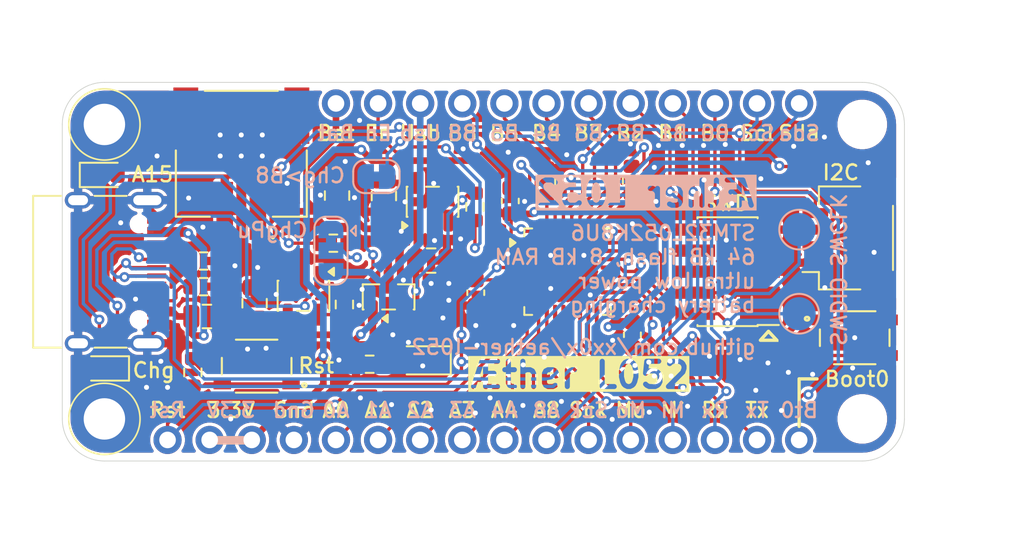
<source format=kicad_pcb>
(kicad_pcb (version 20241229) (generator "pcbnew") (generator_version "9.0")
  (title_block (title "AETHER L052") (date "2025-10-10") (rev "2") (company "github.com/xx0x/aether-l052") (comment 1 "License: CERN-OHL-P-2.0"))
  (layers (0 "F.Cu" signal) (2 "B.Cu" signal) (13 "F.Paste" user) (15 "B.Paste" user) (5 "F.SilkS" user "F.Silkscreen") (7 "B.SilkS" user "B.Silkscreen") (1 "F.Mask" user) (3 "B.Mask" user) (25 "Edge.Cuts" user))
  (net 0 "")
  (net 1 "Net-(D1-K)")
  (net 2 "GND")
  (net 3 "VDD")
  (net 4 "/VBAT")
  (net 5 "VBUS")
  (net 6 "Net-(D2-K)")
  (net 7 "Net-(F1-Pad1)")
  (net 9 "/D-")
  (net 10 "/D+")
  (net 11 "Net-(J1-CC1)")
  (net 12 "Net-(J1-CC2)")
  (net 14 "/A7_SPI1_MOSI")
  (net 15 "/A5_SPI1_SCK")
  (net 16 "/A4_DAC")
  (net 17 "/A3")
  (net 18 "/A6_SPI1_MISO")
  (net 19 "/A8")
  (net 20 "/A1")
  (net 21 "/A0")
  (net 22 "/A2")
  (net 23 "/B7_I2C1_SDA")
  (net 24 "/B0")
  (net 25 "Net-(U2-PROG)")
  (net 26 "/!RESET")
  (net 28 "/B3")
  (net 29 "/B6_I2C1_SCL")
  (net 30 "/B4")
  (net 31 "/B5")
  (net 32 "/B1")
  (net 33 "/B2")
  (net 34 "/SWCLK")
  (net 36 "/SWDIO")
  (net 37 "/A10_USART1_RX")
  (net 38 "/A9_USART1_TX")
  (net 39 "Net-(D3-A)")
  (net 40 "/A15_LED_ONBOARD")
  (net 41 "Net-(D2-A)")
  (net 42 "/B8_CHRG_STAT")
  (net 43 "Net-(JP2-C)")
  (net 45 "/BOOT0")
  (net 46 "/EN")
  (footprint "Resistor_SMD:R_0603_1608Metric" (layer "F.Cu") (at 130.81 84.7344 90)
    (property "Reference" "R8" (hide yes))
    (property "Value" "10k")
  )
  (footprint "Capacitor_SMD:C_0603_1608Metric" (layer "F.Cu") (at 135.9916 93.98 -90)
    (property "Reference" "C5" (hide yes))
    (property "Value" "100n")
  )
  (footprint "Diode_SMD:D_SOD-323" (layer "F.Cu") (at 123.425 95.525 180)
    (property "Reference" "D1" (hide yes))
    (property "Value" "MS2A40LWS")
  )
  (footprint "Resistor_SMD:R_0603_1608Metric" (layer "F.Cu") (at 120.142 95.758 180)
    (property "Reference" "R3" (hide yes))
    (property "Value" "10k")
  )
  (footprint "Resistor_SMD:R_0603_1608Metric" (layer "F.Cu") (at 110.125 91.075)
    (property "Reference" "R2" (hide yes))
    (property "Value" "5k1")
  )
  (footprint "Resistor_SMD:R_0603_1608Metric" (layer "F.Cu") (at 117.95 88.45 180)
    (property "Reference" "R5" (hide yes))
    (property "Value" "1k")
  )
  (footprint "Capacitor_SMD:C_0805_2012Metric" (layer "F.Cu") (at 121 85.6 -90)
    (property "Reference" "C2" (hide yes))
    (property "Value" "10u")
  )
  (footprint "Connector_PinHeader_1.27mm:PinHeader_2x05_P1.27mm_Vertical_SMD" (layer "F.Cu") (at 141.732 90.17 180)
    (property "Reference" "J6" (hide yes))
    (property "Value" "Conn_ARM_JTAG_SWD_10")
  )
  (footprint "Resistor_SMD:R_0603_1608Metric" (layer "F.Cu") (at 110.125 89.525)
    (property "Reference" "R1" (hide yes))
    (property "Value" "5k1")
  )
  (footprint "Resistor_SMD:R_0603_1608Metric" (layer "F.Cu") (at 126.492 86.2584 -90)
    (property "Reference" "R9" (hide yes))
    (property "Value" "10k")
  )
  (footprint "MountingHole:MountingHole_2.5mm" (layer "F.Cu") (at 149.86 81.28)
    (property "Reference" "H3" (hide yes))
    (property "Value" "M2.5")
  )
  (footprint "LED_SMD:LED_0603_1608Metric" (layer "F.Cu") (at 104.14 84.328)
    (property "Reference" "D3" (hide yes))
    (property "Value" "PINK")
  )
  (footprint "Capacitor_SMD:C_0805_2012Metric" (layer "F.Cu") (at 123.85 89.5)
    (property "Reference" "C1" (hide yes))
    (property "Value" "10u")
  )
  (footprint "MountingHole:MountingHole_2.5mm" (layer "F.Cu") (at 149.86 99.06)
    (property "Reference" "H4" (hide yes))
    (property "Value" "M2.5")
  )
  (footprint "Fuse:Fuse_0805_2012Metric" (layer "F.Cu") (at 110.325 92.875)
    (property "Reference" "F1" (hide yes))
    (property "Value" "Polyfuse 500mA")
  )
  (footprint "Capacitor_SMD:C_0805_2012Metric" (layer "F.Cu") (at 113.2 92.075 90)
    (property "Reference" "C7" (hide yes))
    (property "Value" "10u")
  )
  (footprint "aether-l052:MountingHole_2.5mm_Pad_Small" (layer "F.Cu") (at 104.14 81.28)
    (property "Reference" "H1" (hide yes))
    (property "Value" "M2.5")
  )
  (footprint "Package_TO_SOT_SMD:SOT-23-5" (layer "F.Cu") (at 123.9375 85.95 90)
    (property "Reference" "U1" (hide yes))
    (property "Value" "MCP1711T-3.3I/OT")
  )
  (footprint "aether-l052:SKRPACE010" (layer "F.Cu") (at 113.324849 95.875 180)
    (property "Reference" "S1" (hide yes))
    (property "Value" "SKRPACE010")
  )
  (footprint "aether-l052:MountingHole_2.5mm_Pad_Small" (layer "F.Cu") (at 104.14 99.06)
    (property "Reference" "H2" (hide yes))
    (property "Value" "M2.5")
  )
  (footprint "Resistor_SMD:R_0603_1608Metric" (layer "F.Cu") (at 109.475 96.25 -90)
    (property "Reference" "R7" (hide yes))
    (property "Value" "10k")
  )
  (footprint "aether-l052:SKRPACE010" (layer "F.Cu") (at 149.4028 94.1578)
    (property "Reference" "S2" (hide yes))
    (property "Value" "SKRPACE010")
  )
  (footprint "Package_DFN_QFN:QFN-32-1EP_5x5mm_P0.5mm_EP3.45x3.45mm" (layer "F.Cu") (at 132.08 90.17)
    (property "Reference" "U3" (hide yes))
    (property "Value" "STM32L052K8Ux")
  )
  (footprint "Package_TO_SOT_SMD:SOT-23-5" (layer "F.Cu") (at 116.15 91.625 -90)
    (property "Reference" "U2" (hide yes))
    (property "Value" "MCP73832-2-OT")
  )
  (footprint "Package_TO_SOT_SMD:SOT-23" (layer "F.Cu") (at 121.285 91.694 90)
    (property "Reference" "Q1" (hide yes))
    (property "Value" "DMG2305UX-7")
  )
  (footprint "aether-l052:S2B-PH-SM4-TB_LF__SN_" (layer "F.Cu") (at 112.4 86.5)
    (property "Reference" "J4" (hide yes))
    (property "Value" "S2B-PH-SM4-TB")
  )
  (footprint "Connector_USB:USB_C_Receptacle_XKB_U262-16XN-4BVC11" (layer "F.Cu") (at 103.625 90.175 -90)
    (property "Reference" "J1" (hide yes))
    (property "Value" "USB_C_Receptacle_USB2.0_16P")
  )
  (footprint "Capacitor_SMD:C_0603_1608Metric" (layer "F.Cu") (at 128.6256 85.9028 90)
    (property "Reference" "C4" (hide yes))
    (property "Value" "100n")
  )
  (footprint "Capacitor_SMD:C_0603_1608Metric" (layer "F.Cu") (at 126.5428 91.44 -90)
    (property "Reference" "C6" (hide yes))
    (property "Value" "100n")
  )
  (footprint "Resistor_SMD:R_0603_1608Metric" (layer "F.Cu") (at 135.9408 84.6328 90)
    (property "Reference" "R6" (hide yes))
    (property "Value" "1k")
  )
  (footprint "Connector_JST:JST_SH_SM04B-SRSS-TB_1x04-1MP_P1.00mm_Horizontal" (layer "F.Cu") (at 149.0264 88.132 90)
    (property "Reference" "J5" (hide yes))
    (property "Value" "SM04B-SRSS-TB")
  )
  (footprint "Resistor_SMD:R_0603_1608Metric" (layer "F.Cu") (at 118.618 92.1512 90)
    (property "Reference" "R4" (hide yes))
    (property "Value" "10k")
  )
  (footprint "Capacitor_SMD:C_0805_2012Metric" (layer "F.Cu") (at 118.175 85.575 90)
    (property "Reference" "C3" (hide yes))
    (property "Value" "10u")
  )
  (footprint "LED_SMD:LED_0603_1608Metric" (layer "F.Cu") (at 104.14 96.012 180)
    (property "Reference" "D2" (hide yes))
    (property "Value" "ORANGE")
  )
  (footprint "TestPoint:TestPoint_Pad_D2.0mm" (layer "B.Cu") (at 146.05 87.63 180)
    (property "Reference" "TP1" (hide yes))
    (property "Value" "SWCLK")
  )
  (footprint "aether-l052:PinHeader_1x12_P2.54mm_Vertical_NoSilk" (layer "B.Cu") (at 118.11 80.01 -90)
    (property "Reference" "J3" (hide yes))
    (property "Value" "Conn_01x12_Pin")
  )
  (footprint "TestPoint:TestPoint_Pad_D2.0mm" (layer "B.Cu") (at 146.05 92.71 180)
    (property "Reference" "TP2" (hide yes))
    (property "Value" "SWDIO")
  )
  (footprint "Jumper:SolderJumper-3_P1.3mm_Bridged12_RoundedPad1.0x1.5mm" (layer "B.Cu") (at 117.8075 88.9 -90)
    (property "Reference" "JP2" (hide yes))
    (property "Value" "SolderJumper_3_Bridged12")
  )
  (footprint "Jumper:SolderJumper-2_P1.3mm_Bridged_RoundedPad1.0x1.5mm" (layer "B.Cu") (at 120.55 84.425)
    (property "Reference" "JP1" (hide yes))
    (property "Value" "SolderJumper_2_Bridged")
  )
  (footprint "aether-l052:PinHeader_1x16_P2.54mm_Vertical_NoSilk" (layer "B.Cu") (at 146.05 100.33 90)
    (property "Reference" "J2" (hide yes))
    (property "Value" "Conn_01x16_Pin")
  )
  (gr_line (start 147.12891 96.643026) (end 146.05 96.643026) (stroke (width 0.2)) (layer "F.SilkS"))
  (gr_line (start 110.525 100.35) (end 113.025 100.35) (stroke (width 0.508)) (layer "F.SilkS"))
  (gr_line (start 146.05 96.647) (end 146.05 99.512665) (stroke (width 0.2)) (layer "F.SilkS"))
  (gr_poly (pts (xy 144.19854 93.769517) (xy 143.7132 94.3102) (xy 144.7038 94.3102)) (stroke (width 0.2)) (fill no) (layer "F.SilkS"))
  (gr_line (start 110.525 100.35) (end 113.025 100.35) (stroke (width 0.508)) (layer "B.SilkS"))
  (gr_arc (start 149.86 78.74) (mid 151.656051 79.483949) (end 152.4 81.28) (stroke (width 0.05)) (layer "Edge.Cuts"))
  (gr_line (start 152.4 99.06) (end 152.4 81.28) (stroke (width 0.05)) (layer "Edge.Cuts"))
  (gr_line (start 101.6 99.06) (end 101.6 81.28) (stroke (width 0.05)) (layer "Edge.Cuts"))
  (gr_line (start 149.86 101.6) (end 104.14 101.6) (stroke (width 0.05)) (layer "Edge.Cuts"))
  (gr_arc (start 101.6 81.28) (mid 102.343949 79.483949) (end 104.14 78.74) (stroke (width 0.05)) (layer "Edge.Cuts"))
  (gr_line (start 104.14 78.74) (end 149.86 78.74) (stroke (width 0.05)) (layer "Edge.Cuts"))
  (gr_arc (start 152.4 99.06) (mid 151.656051 100.856051) (end 149.86 101.6) (stroke (width 0.05)) (layer "Edge.Cuts"))
  (gr_arc (start 104.14 101.6) (mid 102.343949 100.856051) (end 101.6 99.06) (stroke (width 0.05)) (layer "Edge.Cuts"))
  (gr_text "Bat" (at 118.11 81.28 0) (layer "F.SilkS") (effects (font (size 0.9 0.9)) (justify top)))
  (gr_text "Rx" (at 140.97 99.06 0) (layer "F.SilkS") (effects (font (size 0.9 0.9)) (justify bottom)))
  (gr_text "Sda" (at 146.05 81.28 0) (layer "F.SilkS") (effects (font (size 0.9 0.9)) (justify top)))
  (gr_text "Chg" (at 105.75 96.65 0) (layer "F.SilkS") (effects (font (size 0.9 0.9)) (justify left bottom)))
  (gr_text "B8" (at 125.73 81.28 0) (layer "F.SilkS") (effects (font (size 0.9 0.9)) (justify top)))
  (gr_text "Rst" (at 107.95 99.06 0) (layer "F.SilkS") (effects (font (size 0.9 0.9)) (justify bottom)))
  (gr_text "Mi" (at 138.43 99.06 0) (layer "F.SilkS") (effects (font (size 0.9 0.9)) (justify bottom)))
  (gr_text "SWD" (at 141.6558 86.5632 0) (layer "F.SilkS") (effects (font (size 0.9 0.9)) (justify bottom)))
  (gr_text "A0" (at 118.11 99.06 0) (layer "F.SilkS") (effects (font (size 0.9 0.9)) (justify bottom)))
  (gr_text "Gnd" (at 115.57 99.06 0) (layer "F.SilkS") (effects (font (size 0.9 0.9)) (justify bottom)))
  (gr_text "3.3V" (at 111.76 99.06 0) (layer "F.SilkS") (effects (font (size 0.9 0.9)) (justify bottom)))
  (gr_text "B1" (at 138.43 81.28 0) (layer "F.SilkS") (effects (font (size 0.9 0.9)) (justify top)))
  (gr_text "Mo" (at 135.89 99.06 0) (layer "F.SilkS") (effects (font (size 0.9 0.9)) (justify bottom)))
  (gr_text "B3" (at 133.35 81.28 0) (layer "F.SilkS") (effects (font (size 0.9 0.9)) (justify top)))
  (gr_text "I2C" (at 147.3708 84.709 0) (layer "F.SilkS") (effects (font (size 0.9 0.9)) (justify left bottom)))
  (gr_text "A3" (at 125.73 99.06 0) (layer "F.SilkS") (effects (font (size 0.9 0.9)) (justify bottom)))
  (gr_text "Scl" (at 143.51 81.28 0) (layer "F.SilkS") (effects (font (size 0.9 0.9)) (justify top)))
  (gr_text "Rst" (at 116.9162 96.3676 0) (layer "F.SilkS") (effects (font (size 0.9 0.9)) (justify bottom)))
  (gr_text "B0" (at 140.97 81.28 0) (layer "F.SilkS") (effects (font (size 0.9 0.9)) (justify top)))
  (gr_text "Æther L052" (at 126.0602 97.3074 0) (layer "F.SilkS" knockout) (effects (font (size 1.524 1.524) (thickness 0.3048) (bold yes)) (justify left bottom)))
  (gr_text "A2" (at 123.19 99.06 0) (layer "F.SilkS") (effects (font (size 0.9 0.9)) (justify bottom)))
  (gr_text "Boot0" (at 147.4978 97.1804 0) (layer "F.SilkS") (effects (font (size 0.9 0.9)) (justify left bottom)))
  (gr_text "Usb" (at 123.19 81.28 0) (layer "F.SilkS") (effects (font (size 0.9 0.9)) (justify top)))
  (gr_text "B4" (at 130.81 81.28 0) (layer "F.SilkS") (effects (font (size 0.9 0.9)) (justify top)))
  (gr_text "En" (at 120.65 81.28 0) (layer "F.SilkS") (effects (font (size 0.9 0.9)) (justify top)))
  (gr_text "Sck" (at 133.35 99.06 0) (layer "F.SilkS") (effects (font (size 0.9 0.9)) (justify bottom)))
  (gr_text "B2" (at 135.89 81.28 0) (layer "F.SilkS") (effects (font (size 0.9 0.9)) (justify top)))
  (gr_text "B5" (at 128.27 81.28 0) (layer "F.SilkS") (effects (font (size 0.9 0.9)) (justify top)))
  (gr_text "A4" (at 128.27 99.06 0) (layer "F.SilkS") (effects (font (size 0.9 0.9)) (justify bottom)))
  (gr_text "A8" (at 130.81 99.06 0) (layer "F.SilkS") (effects (font (size 0.9 0.9)) (justify bottom)))
  (gr_text "A15" (at 105.7 84.825 0) (layer "F.SilkS") (effects (font (size 0.9 0.9)) (justify left bottom)))
  (gr_text "Tx" (at 143.51 99.06 0) (layer "F.SilkS") (effects (font (size 0.9 0.9)) (justify bottom)))
  (gr_text "A1" (at 120.65 99.06 0) (layer "F.SilkS") (effects (font (size 0.9 0.9)) (justify bottom)))
  (gr_text "A0" (at 118.11 99.06 0) (layer "B.SilkS") (effects (font (size 0.9 0.9)) (justify bottom mirror)))
  (gr_text "Bt0" (at 146.05 99.06 0) (layer "B.SilkS") (effects (font (size 0.9 0.9)) (justify bottom mirror)))
  (gr_text "3.3V" (at 111.76 99.06 0) (layer "B.SilkS") (effects (font (size 0.9 0.9)) (justify bottom mirror)))
  (gr_text "B1" (at 138.43 81.28 0) (layer "B.SilkS") (effects (font (size 0.9 0.9)) (justify top mirror)))
  (gr_text "A4" (at 128.27 99.06 0) (layer "B.SilkS") (effects (font (size 0.9 0.9)) (justify bottom mirror)))
  (gr_text "Rx" (at 140.97 99.06 0) (layer "B.SilkS") (effects (font (size 0.9 0.9)) (justify bottom mirror)))
  (gr_text "Rst" (at 107.95 99.06 0) (layer "B.SilkS") (effects (font (size 0.9 0.9)) (justify bottom mirror)))
  (gr_text "B0" (at 140.97 81.28 0) (layer "B.SilkS") (effects (font (size 0.9 0.9)) (justify top mirror)))
  (gr_text "ChgPu" (at 116.4844 88.1888 0) (layer "B.SilkS") (effects (font (size 0.9 0.9) (thickness 0.15) (bold yes)) (justify left bottom mirror)))
  (gr_text "Mi" (at 138.43 99.06 0) (layer "B.SilkS") (effects (font (size 0.9 0.9)) (justify bottom mirror)))
  (gr_text "Sck" (at 133.35 99.06 0) (layer "B.SilkS") (effects (font (size 0.9 0.9)) (justify bottom mirror)))
  (gr_text "Sda" (at 146.05 81.28 0) (layer "B.SilkS") (effects (font (size 0.9 0.9)) (justify top mirror)))
  (gr_text "B2" (at 135.89 81.28 0) (layer "B.SilkS") (effects (font (size 0.9 0.9)) (justify top mirror)))
  (gr_text "B4" (at 130.81 81.28 0) (layer "B.SilkS") (effects (font (size 0.9 0.9)) (justify top mirror)))
  (gr_text "SWDIO" (at 148.3868 94.742 270) (layer "B.SilkS") (effects (font (size 0.9 0.9) (thickness 0.15) (bold yes)) (justify left mirror)))
  (gr_text "B3" (at 133.35 81.28 0) (layer "B.SilkS") (effects (font (size 0.9 0.9)) (justify top mirror)))
  (gr_text "Æther L052" (at 143.51 86.36 0) (layer "B.SilkS" knockout) (effects (font (size 1.524 1.524) (thickness 0.3048) (bold yes)) (justify left bottom mirror)))
  (gr_text "Bat" (at 118.11 81.28 0) (layer "B.SilkS") (effects (font (size 0.9 0.9)) (justify top mirror)))
  (gr_text "En" (at 120.65 81.28 0) (layer "B.SilkS") (effects (font (size 0.9 0.9)) (justify top mirror)))
  (gr_text "Tx" (at 143.51 99.06 0) (layer "B.SilkS") (effects (font (size 0.9 0.9)) (justify bottom mirror)))
  (gr_text "SWCLK" (at 148.3868 89.9668 270) (layer "B.SilkS") (effects (font (size 0.9 0.9) (thickness 0.15) (bold yes)) (justify left mirror)))
  (gr_text "Gnd" (at 115.57 99.06 0) (layer "B.SilkS") (effects (font (size 0.9 0.9)) (justify bottom mirror)))
  (gr_text "A8" (at 130.81 99.06 0) (layer "B.SilkS") (effects (font (size 0.9 0.9)) (justify bottom mirror)))
  (gr_text "Chg>B8" (at 118.745 84.8868 0) (layer "B.SilkS") (effects (font (size 0.9 0.9) (thickness 0.15) (bold yes)) (justify left bottom mirror)))
  (gr_text "A3" (at 125.73 99.06 0) (layer "B.SilkS") (effects (font (size 0.9 0.9)) (justify bottom mirror)))
  (gr_text "Usb" (at 123.19 81.28 0) (layer "B.SilkS") (effects (font (size 0.9 0.9)) (justify top mirror)))
  (gr_text "Scl" (at 143.51 81.28 0) (layer "B.SilkS") (effects (font (size 0.9 0.9)) (justify top mirror)))
  (gr_text "A1" (at 120.65 99.06 0) (layer "B.SilkS") (effects (font (size 0.9 0.9)) (justify bottom mirror)))
  (gr_text "A2" (at 123.19 99.06 0) (layer "B.SilkS") (effects (font (size 0.9 0.9)) (justify bottom mirror)))
  (gr_text "B8" (at 125.73 81.28 0) (layer "B.SilkS") (effects (font (size 0.9 0.9)) (justify top mirror)))
  (gr_text "github.com/xx0x/aether-l052" (at 143.51 95.25 0) (layer "B.SilkS") (effects (font (size 0.9 0.9) (thickness 0.15) (bold yes)) (justify left bottom mirror)))
  (gr_text "B5" (at 128.27 81.28 0) (layer "B.SilkS") (effects (font (size 0.9 0.9)) (justify top mirror)))
  (gr_text "STM32L052K8U6\n64 kB flash, 8 kB RAM\nultra low power\nbattery charging" (at 143.51 92.71 0) (layer "B.SilkS") (effects (font (size 0.9 0.9) (thickness 0.15) (bold yes)) (justify left bottom mirror)))
  (gr_text "Mo" (at 135.89 99.06 0) (layer "B.SilkS") (effects (font (size 0.9 0.9)) (justify bottom mirror)))
  (segment (start 126.1486 85.4334) (end 125.73 85.852) (width 0.2) (layer "F.Cu") (net 1))
  (segment (start 124.475 94.9094) (end 122.9375 93.3719) (width 0.4) (layer "F.Cu") (net 1))
  (segment (start 122.235 92.6315) (end 122.732 92.6315) (width 0.4) (layer "F.Cu") (net 1))
  (segment (start 122.732 92.6315) (end 122.9375 92.837) (width 0.4) (layer "F.Cu") (net 1))
  (segment (start 126.492 85.4334) (end 126.1486 85.4334) (width 0.2) (layer "F.Cu") (net 1))
  (segment (start 122.9875 86.6641) (end 122.9875 87.0875) (width 0.2) (layer "F.Cu") (net 1))
  (segment (start 122.9375 91.3384) (end 122.9375 89.5375) (width 0.4) (layer "F.Cu") (net 1))
  (segment (start 122.9875 87.0875) (end 122.9875 89.4125) (width 0.4) (layer "F.Cu") (net 1))
  (segment (start 122.9375 92.837) (end 122.9375 93.3719) (width 0.4) (layer "F.Cu") (net 1))
  (segment (start 122.9875 89.4125) (end 122.9 89.5) (width 0.4) (layer "F.Cu") (net 1))
  (segment (start 124.475 95.525) (end 124.475 94.9094) (width 0.4) (layer "F.Cu") (net 1))
  (segment (start 122.9375 92.575) (end 122.9375 91.3384) (width 0.4) (layer "F.Cu") (net 1))
  (segment (start 122.9375 93.3719) (end 122.9375 92.575) (width 0.4) (layer "F.Cu") (net 1))
  (segment (start 122.9375 89.5375) (end 122.9 89.5) (width 0.4) (layer "F.Cu") (net 1))
  (segment (start 122.9375 91.929) (end 122.9375 91.3384) (width 0.4) (layer "F.Cu") (net 1))
  (via (at 125.73 85.852) (size 0.6) (drill 0.3) (layers "F.Cu" "B.Cu") (net 1))
  (via (at 122.9375 91.3384) (size 0.6) (drill 0.3) (layers "F.Cu" "B.Cu") (net 1))
  (segment (start 124.8664 88.7476) (end 122.9868 90.6272) (width 0.2) (layer "B.Cu") (net 1))
  (segment (start 125.73 85.852) (end 124.8664 86.7156) (width 0.2) (layer "B.Cu") (net 1))
  (segment (start 124.8664 86.7156) (end 124.8664 88.7476) (width 0.2) (layer "B.Cu") (net 1))
  (segment (start 122.9868 91.2891) (end 122.9375 91.3384) (width 0.2) (layer "B.Cu") (net 1))
  (segment (start 122.9868 90.6272) (end 122.9868 91.2891) (width 0.2) (layer "B.Cu") (net 1))
  (segment (start 106.73 94.495) (end 106.73 94.09) (width 0.4) (layer "F.Cu") (net 2))
  (segment (start 106.73 85.855) (end 106.73 86.26) (width 0.4) (layer "F.Cu") (net 2))
  (segment (start 106.73 86.26) (end 107.295 86.825) (width 0.4) (layer "F.Cu") (net 2))
  (segment (start 107.295 93.525) (end 107.295 93.276) (width 0.4) (layer "F.Cu") (net 2))
  (segment (start 106.73 94.09) (end 107.295 93.525) (width 0.4) (layer "F.Cu") (net 2))
  (segment (start 107.295 87.125) (end 107.295 86.825) (width 0.2) (layer "F.Cu") (net 2))
  (via (at 123.3424 95.8596) (size 0.6) (drill 0.3) (layers "F.Cu" "B.Cu") (net 2))
  (via (at 113.3856 89.916) (size 0.6) (drill 0.3) (layers "F.Cu" "B.Cu") (net 2))
  (via (at 107.5436 95.5802) (size 0.6) (drill 0.3) (layers "F.Cu" "B.Cu") (net 2))
  (via (at 107.95 97.155) (size 0.6) (drill 0.3) (layers "F.Cu" "B.Cu") (net 2))
  (via (at 112.395 83.185) (size 0.6) (drill 0.3) (layers "F.Cu" "B.Cu") (net 2))
  (via (at 112.776 94.8436) (size 0.6) (drill 0.3) (layers "F.Cu" "B.Cu") (net 2))
  (via (at 141.6558 88.265) (size 0.6) (drill 0.3) (layers "F.Cu" "B.Cu") (net 2))
  (via (at 142.494 95.4786) (size 0.6) (drill 0.3) (layers "F.Cu" "B.Cu") (net 2))
  (via (at 124.9172 91.8972) (size 0.6) (drill 0.3) (layers "F.Cu" "B.Cu") (net 2))
  (via (at 117.1702 85.5472) (size 0.6) (drill 0.3) (layers "F.Cu" "B.Cu") (net 2))
  (via (at 118.2878 95.504) (size 0.6) (drill 0.3) (layers "F.Cu" "B.Cu") (net 2))
  (via (at 119.2276 85.6996) (size 0.6) (drill 0.3) (layers "F.Cu" "B.Cu") (net 2))
  (via (at 118.6688 83.5152) (size 0.6) (drill 0.3) (layers "F.Cu" "B.Cu") (net 2))
  (via (at 119.6848 91.2368) (size 0.6) (drill 0.3) (layers "F.Cu" "B.Cu") (net 2))
  (via (at 126.619 94.615) (size 0.6) (drill 0.3) (layers "F.Cu" "B.Cu") (net 2))
  (via (at 126.5428 93.4212) (size 0.6) (drill 0.3) (layers "F.Cu" "B.Cu") (net 2))
  (via (at 111.76 99.06) (size 0.6) (drill 0.3) (layers "F.Cu" "B.Cu") (net 2))
  (via (at 128.4986 82.9564) (size 0.6) (drill 0.3) (layers "F.Cu" "B.Cu") (net 2))
  (via (at 124.0028 84.836) (size 0.6) (drill 0.3) (layers "F.Cu" "B.Cu") (net 2))
  (via (at 122.4788 94.4372) (size 0.6) (drill 0.3) (layers "F.Cu" "B.Cu") (net 2))
  (via (at 140.6398 95.2754) (size 0.6) (drill 0.3) (layers "F.Cu" "B.Cu") (net 2))
  (via (at 110.0836 87.4776) (size 0.6) (drill 0.3) (layers "F.Cu" "B.Cu") (net 2))
  (via (at 145.7198 82.6008) (size 0.6) (drill 0.3) (layers "F.Cu" "B.Cu") (net 2))
  (via (at 114.5032 91.5416) (size 0.6) (drill 0.3) (layers "F.Cu" "B.Cu") (net 2))
  (via (at 130.6734 95.3352) (size 0.6) (drill 0.3) (layers "F.Cu" "B.Cu") (net 2))
  (via (at 106.68 97.155) (size 0.6) (drill 0.3) (layers "F.Cu" "B.Cu") (net 2))
  (via (at 138.9992 82.55) (size 0.6) (drill 0.3) (layers "F.Cu" "B.Cu") (net 2))
  (via (at 113.665 83.185) (size 0.6) (drill 0.3) (layers "F.Cu" "B.Cu") (net 2))
  (via (at 128.4732 89.1032) (size 0.6) (drill 0.3) (layers "F.Cu" "B.Cu") (net 2))
  (via (at 113.665 81.915) (size 0.6) (drill 0.3) (layers "F.Cu" "B.Cu") (net 2))
  (via (at 140.3096 84.6328) (size 0.6) (drill 0.3) (layers "F.Cu" "B.Cu") (net 2))
  (via (at 123.8504 90.8812) (size 0.6) (drill 0.3) (layers "F.Cu" "B.Cu") (net 2))
  (via (at 145.4 96.247744) (size 0.6) (drill 0.3) (layers "F.Cu" "B.Cu") (net 2))
  (via (at 125.7808 82.7532) (size 0.6) (drill 0.3) (layers "F.Cu" "B.Cu") (net 2))
  (via (at 143.4338 97.3328) (size 0.6) (drill 0.3) (layers "F.Cu" "B.Cu") (net 2))
  (via (at 138.3284 96.4692) (size 0.6) (drill 0.3) (layers "F.Cu" "B.Cu") (net 2))
  (via (at 147.574 82.042) (size 0.6) (drill 0.3) (layers "F.Cu" "B.Cu") (net 2))
  (via (at 133.064 89.186) (size 0.6) (drill 0.3) (layers "F.Cu" "B.Cu") (net 2))
  (via (at 129.4892 85.9278) (size 0.6) (drill 0.3) (layers "F.Cu" "B.Cu") (net 2))
  (via (at 111.125 81.915) (size 0.6) (drill 0.3) (layers "F.Cu" "B.Cu") (net 2))
  (via (at 124.9172 90.8812) (size 0.6) (drill 0.3) (layers "F.Cu" "B.Cu") (net 2))
  (via (at 137.3124 83.8708) (size 0.6) (drill 0.3) (layers "F.Cu" "B.Cu") (net 2))
  (via (at 137.414 85.9282) (size 0.6) (drill 0.3) (layers "F.Cu" "B.Cu") (net 2))
  (via (at 139.319 98.298) (size 0.6) (drill 0.3) (layers "F.Cu" "B.Cu") (net 2))
  (via (at 147.5994 91.1352) (size 0.6) (drill 0.3) (layers "F.Cu" "B.Cu") (net 2))
  (via (at 132.0292 83.1088) (size 0.6) (drill 0.3) (layers "F.Cu" "B.Cu") (net 2))
  (via (at 126.5174 98.7044) (size 0.6) (drill 0.3) (layers "F.Cu" "B.Cu") (net 2))
  (via (at 119.5832 97.79) (size 0.6) (drill 0.3) (layers "F.Cu" "B.Cu") (net 2))
  (via (at 119.507 92.202) (size 0.6) (drill 0.3) (layers "F.Cu" "B.Cu") (net 2))
  (via (at 123.8504 98.5162) (size 0.6) (drill 0.3) (layers "F.Cu" "B.Cu") (net 2))
  (via (at 131.064 89.186) (size 0.6) (drill 0.3) (layers "F.Cu" "B.Cu") (net 2))
  (via (at 124.0536 88.2904) (size 0.6) (drill 0.3) (layers "F.Cu" "B.Cu") (net 2))
  (via (at 140.2842 82.55) (size 0.6) (drill 0.3) (layers "F.Cu" "B.Cu") (net 2))
  (via (at 150.2156 83.5914) (size 0.6) (drill 0.3) (layers "F.Cu" "B.Cu") (net 2))
  (via (at 141.986 86.0552) (size 0.6) (drill 0.3) (layers "F.Cu" "B.Cu") (net 2))
  (via (at 129.3876 98.2472) (size 0.6) (drill 0.3) (layers "F.Cu" "B.Cu") (net 2))
  (via (at 149.4028 94.1578) (size 0.6) (drill 0.3) (layers "F.Cu" "B.Cu") (net 2))
  (via (at 143.7386 84.5566) (size 0.6) (drill 0.3) (layers "F.Cu" "B.Cu") (net 2))
  (via (at 133.45072 91.57272) (size 0.6) (drill 0.3) (layers "F.Cu" "B.Cu") (net 2))
  (via (at 134.7724 99.0854) (size 0.6) (drill 0.3) (layers "F.Cu" "B.Cu") (net 2))
  (via (at 113.8936 94.7928) (size 0.6) (drill 0.3) (layers "F.Cu" "B.Cu") (net 2))
  (via (at 129.402737 95.797515) (size 0.6) (drill 0.3) (layers "F.Cu" "B.Cu") (net 2))
  (via (at 112.395 81.915) (size 0.6) (drill 0.3) (layers "F.Cu" "B.Cu") (net 2))
  (via (at 111.125 83.185) (size 0.6) (drill 0.3) (layers "F.Cu" "B.Cu") (net 2))
  (via (at 131.064 91.186) (size 0.6) (drill 0.3) (layers "F.Cu" "B.Cu") (net 2))
  (via (at 144.9832 98.552) (size 0.6) (drill 0.3) (layers "F.Cu" "B.Cu") (net 2))
  (via (at 109.22 85.725) (size 0.6) (drill 0.3) (layers "F.Cu" "B.Cu") (net 2))
  (via (at 146.8628 96.3676) (size 0.6) (drill 0.3) (layers "F.Cu" "B.Cu") (net 2))
  (via (at 121.4628 98.1964) (size 0.6) (drill 0.3) (layers "F.Cu" "B.Cu") (net 2))
  (via (at 136.9822 95.631) (size 0.6) (drill 0.3) (layers "F.Cu" "B.Cu") (net 2))
  (via (at 122.174 90.678) (size 0.6) (drill 0.3) (layers "F.Cu" "B.Cu") (net 2))
  (via (at 125.6284 88.1888) (size 0.6) (drill 0.3) (layers "F.Cu" "B.Cu") (net 2))
  (via (at 122.2756 85.9536) (size 0.6) (drill 0.3) (layers "F.Cu" "B.Cu") (net 2))
  (via (at 124.5616 92.964) (size 0.6) (drill 0.3) (layers "F.Cu" "B.Cu") (net 2))
  (via (at 107.315 83.185) (size 0.6) (drill 0.3) (layers "F.Cu" "B.Cu") (net 2))
  (via (at 106.018568 91.827651) (size 0.6) (drill 0.3) (layers "F.Cu" "B.Cu") (net 2))
  (via (at 135.876277 82.457283) (size 0.6) (drill 0.3) (layers "F.Cu" "B.Cu") (net 2))
  (via (at 135.9916 87.2744) (size 0.6) (drill 0.3) (layers "F.Cu" "B.Cu") (net 2))
  (via (at 134.797286 94.314806) (size 0.6) (drill 0.3) (layers "F.Cu" "B.Cu") (net 2))
  (via (at 141.593854 82.486867) (size 0.6) (drill 0.3) (layers "F.Cu" "B.Cu") (net 2))
  (via (at 150.5712 89.0016) (size 0.6) (drill 0.3) (layers "F.Cu" "B.Cu") (net 2))
  (via (at 122.047 87.7316) (size 0.6) (drill 0.3) (layers "F.Cu" "B.Cu") (net 2))
  (via (at 119.5324 81.0364) (size 0.6) (drill 0.3) (layers "F.Cu" "B.Cu") (net 2))
  (via (at 121.539 93.98) (size 0.6) (drill 0.3) (layers "F.Cu" "B.Cu") (net 2))
  (via (at 112.014 89.8144) (size 0.6) (drill 0.3) (layers "F.Cu" "B.Cu") (net 2))
  (via (at 137.5664 82.55) (size 0.6) (drill 0.3) (layers "F.Cu" "B.Cu") (net 2))
  (via (at 105.123189 87.217401) (size 0.6) (drill 0.3) (layers "F.Cu" "B.Cu") (net 2))
  (via (at 127.4064 97.79) (size 0.6) (drill 0.3) (layers "F.Cu" "B.Cu") (net 2))
  (via (at 128.8288 93.4212) (size 0.6) (drill 0.3) (layers "F.Cu" "B.Cu") (net 2))
  (via (at 115.1636 84.836) (size 0.6) (drill 0.3) (layers "F.Cu" "B.Cu") (net 2))
  (via (at 137.0076 98.6536) (size 0.6) (drill 0.3) (layers "F.Cu" "B.Cu") (net 2))
  (via (at 131.70928 98.00348) (size 0.6) (drill 0.3) (layers "F.Cu" "B.Cu") (net 2))
  (via (at 144.1704 95.6818) (size 0.6) (drill 0.3) (layers "F.Cu" "B.Cu") (net 2))
  (via (at 149.2758 95.9866) (size 0.6) (drill 0.3) (layers "F.Cu" "B.Cu") (net 2))
  (segment (start 116.6368 95.9612) (end 117.348 95.25) (width 0.4) (layer "F.Cu") (net 3))
  (segment (start 136.830797 94.0442) (end 138.280941 95.494344) (width 0.4) (layer "F.Cu") (net 3))
  (segment (start 138.280941 95.494344) (end 138.280941 95.551112) (width 0.4) (layer "F.Cu") (net 3))
  (segment (start 138.280941 95.551112) (end 138.262307 95.569746) (width 0.4) (layer "F.Cu") (net 3))
  (segment (start 134.5175 91.92) (end 135.6588 91.92) (width 0.2) (layer "F.Cu") (net 3))
  (segment (start 127.9528 90.665) (end 126.5428 90.665) (width 0.2) (layer "F.Cu") (net 3))
  (segment (start 128.1978 90.42) (end 127.9528 90.665) (width 0.2) (layer "F.Cu") (net 3))
  (segment (start 149.0472 89.3318) (end 148.3474 88.632) (width 0.4) (layer "F.Cu") (net 3))
  (segment (start 126.5428 89.7636) (end 126.5428 90.665) (width 0.4) (layer "F.Cu") (net 3))
  (segment (start 126.6444 83.4644) (end 127.5588 84.3788) (width 0.4) (layer "F.Cu") (net 3))
  (segment (start 122.9875 84.8125) (end 121.1625 84.8125) (width 0.4) (layer "F.Cu") (net 3))
  (segment (start 135.991599 93.205002) (end 135.991599 93.30306) (width 0.4) (layer "F.Cu") (net 3))
  (segment (start 134.547881 93.502217) (end 134.882898 93.1672) (width 0.4) (layer "F.Cu") (net 3))
  (segment (start 143.682 93.5794) (end 142.7734 94.488) (width 0.4) (layer "F.Cu") (net 3))
  (segment (start 135.991599 93.30306) (end 136.732739 94.0442) (width 0.4) (layer "F.Cu") (net 3))
  (segment (start 113.03 100.33) (end 110.49 100.33) (width 0.4) (layer "F.Cu") (net 3))
  (segment (start 121.6152 83.4644) (end 126.6444 83.4644) (width 0.4) (layer "F.Cu") (net 3))
  (segment (start 140.0302 94.488) (end 139.5984 94.0562) (width 0.4) (layer "F.Cu") (net 3))
  (segment (start 147.3278 93.0828) (end 148.2852 93.0828) (width 0.4) (layer "F.Cu") (net 3))
  (segment (start 127.5588 84.3788) (end 127.5588 86.106) (width 0.4) (layer "F.Cu") (net 3))
  (segment (start 148.2852 93.0828) (end 151.4778 93.0828) (width 0.4) (layer "F.Cu") (net 3))
  (segment (start 148.3474 88.632) (end 147.0264 88.632) (width 0.4) (layer "F.Cu") (net 3))
  (segment (start 127.5588 88.7476) (end 126.5428 89.7636) (width 0.4) (layer "F.Cu") (net 3))
  (segment (start 128.806 88.42) (end 129.6425 88.42) (width 0.2) (layer "F.Cu") (net 3))
  (segment (start 135.953797 93.1672) (end 135.991599 93.205002) (width 0.4) (layer "F.Cu") (net 3))
  (segment (start 148.3442 93.0828) (end 149.0472 92.3798) (width 0.4) (layer "F.Cu") (net 3))
  (segment (start 120.2944 83.4644) (end 119.634 82.804) (width 0.4) (layer "F.Cu") (net 3))
  (segment (start 128.6764 88.2904) (end 128.6764 86.7286) (width 0.2) (layer "F.Cu") (net 3))
  (segment (start 121.1625 84.8125) (end 121 84.65) (width 0.4) (layer "F.Cu") (net 3))
  (segment (start 121 84.0796) (end 121.6152 83.4644) (width 0.4) (layer "F.Cu") (net 3))
  (segment (start 115.316 98.044) (end 116.2812 98.044) (width 0.4) (layer "F.Cu") (net 3))
  (segment (start 146.1344 93.0828) (end 147.3278 93.0828) (width 0.4) (layer "F.Cu") (net 3))
  (segment (start 148.2852 93.0828) (end 148.3442 93.0828) (width 0.4) (layer "F.Cu") (net 3))
  (segment (start 128.6764 88.2904) (end 128.806 88.42) (width 0.2) (layer "F.Cu") (net 3))
  (segment (start 128.1306 86.6778) (end 128.6256 86.6778) (width 0.4) (layer "F.Cu") (net 3))
  (segment (start 143.2052 94.488) (end 142.7734 94.488) (width 0.4) (layer "F.Cu") (net 3))
  (segment (start 130.0734 86.5632) (end 129.9588 86.6778) (width 0.4) (layer "F.Cu") (net 3))
  (segment (start 143.2052 94.488) (end 144.7292 94.488) (width 0.4) (layer "F.Cu") (net 3))
  (segment (start 134.882898 93.1672) (end 135.953797 93.1672) (width 0.4) (layer "F.Cu") (net 3))
  (segment (start 136.732739 94.0442) (end 136.830797 94.0442) (width 0.4) (layer "F.Cu") (net 3))
  (segment (start 127.5588 86.106) (end 127.5588 88.7476) (width 0.4) (layer "F.Cu") (net 3))
  (segment (start 117.348 96.9772) (end 117.348 95.25) (width 0.4) (layer "F.Cu") (net 3))
  (segment (start 149.0472 92.3798) (end 149.0472 89.3318) (width 0.4) (layer "F.Cu") (net 3))
  (segment (start 113.03 100.33) (end 115.316 98.044) (width 0.4) (layer "F.Cu") (net 3))
  (segment (start 121 84.65) (end 121 84.0796) (width 0.4) (layer "F.Cu") (net 3))
  (segment (start 127.5588 86.106) (end 128.1306 86.6778) (width 0.4) (layer "F.Cu") (net 3))
  (segment (start 135.991599 92.252799) (end 135.991599 93.205002) (width 0.2) (layer "F.Cu") (net 3))
  (segment (start 135.6588 91.92) (end 135.991599 92.252799) (width 0.2) (layer "F.Cu") (net 3))
  (segment (start 144.7292 94.488) (end 146.1344 93.0828) (width 0.4) (layer "F.Cu") (net 3))
  (segment (start 116.2812 98.044) (end 117.348 96.9772) (width 0.4) (layer "F.Cu") (net 3))
  (segment (start 142.7734 94.488) (end 140.0302 94.488) (width 0.4) (layer "F.Cu") (net 3))
  (segment (start 110.0112 95.9612) (end 116.6368 95.9612) (width 0.4) (layer "F.Cu") (net 3))
  (segment (start 129.9588 86.6778) (end 128.6256 86.6778) (width 0.4) (layer "F.Cu") (net 3))
  (segment (start 143.682 92.71) (end 143.682 93.5794) (width 0.4) (layer "F.Cu") (net 3))
  (segment (start 129.6425 90.42) (end 128.1978 90.42) (width 0.2) (layer "F.Cu") (net 3))
  (segment (start 121.6152 83.4644) (end 120.2944 83.4644) (width 0.4) (layer "F.Cu") (net 3))
  (segment (start 128.6764 86.7286) (end 128.6256 86.6778) (width 0.2) (layer "F.Cu") (net 3))
  (segment (start 109.475 95.425) (end 110.0112 95.9612) (width 0.4) (layer "F.Cu") (net 3))
  (segment (start 126.5778 90.7) (end 126.5428 90.665) (width 0.2) (layer "F.Cu") (net 3))
  (via (at 119.634 82.804) (size 0.6) (drill 0.3) (layers "F.Cu" "B.Cu") (net 3))
  (via (at 117.348 95.25) (size 0.6) (drill 0.3) (layers "F.Cu" "B.Cu") (net 3))
  (via (at 139.5984 94.0562) (size 0.6) (drill 0.3) (layers "F.Cu" "B.Cu") (net 3))
  (via (at 134.547881 93.502217) (size 0.6) (drill 0.3) (layers "F.Cu" "B.Cu") (net 3))
  (via (at 130.0734 86.5632) (size 0.6) (drill 0.3) (layers "F.Cu" "B.Cu") (net 3))
  (via (at 138.262307 95.569746) (size 0.6) (drill 0.3) (layers "F.Cu" "B.Cu") (net 3))
  (segment (start 117.982236 82.804) (end 119.634 82.804) (width 0.4) (layer "B.Cu") (net 3))
  (segment (start 135.300983 93.502217) (end 134.547881 93.502217) (width 0.4) (layer "B.Cu") (net 3))
  (segment (start 138.262307 95.569746) (end 138.262307 95.392293) (width 0.4) (layer "B.Cu") (net 3))
  (segment (start 116.332 88.2904) (end 116.332 84.454236) (width 0.4) (layer "B.Cu") (net 3))
  (segment (start 137.9728 87.940939) (end 137.9728 90.8304) (width 0.4) (layer "B.Cu") (net 3))
  (segment (start 136.595061 86.5632) (end 137.9728 87.940939) (width 0.4) (layer "B.Cu") (net 3))
  (segment (start 130.0734 86.5632) (end 136.595061 86.5632) (width 0.4) (layer "B.Cu") (net 3))
  (segment (start 116.332 88.2904) (end 116.332 90.8304) (width 0.4) (layer "B.Cu") (net 3))
  (segment (start 110.49 99.8728) (end 110.49 100.33) (width 0.4) (layer "B.Cu") (net 3))
  (segment (start 116.332 90.8304) (end 117.348 91.8464) (width 0.4) (layer "B.Cu") (net 3))
  (segment (start 137.9728 90.8304) (end 135.300983 93.502217) (width 0.4) (layer "B.Cu") (net 3))
  (segment (start 117.0224 87.6) (end 116.332 88.2904) (width 0.4) (layer "B.Cu") (net 3))
  (segment (start 116.332 84.454236) (end 117.982236 82.804) (width 0.4) (layer "B.Cu") (net 3))
  (segment (start 138.262307 95.392293) (end 139.5984 94.0562) (width 0.4) (layer "B.Cu") (net 3))
  (segment (start 117.8075 87.6) (end 117.0224 87.6) (width 0.4) (layer "B.Cu") (net 3))
  (segment (start 117.348 91.8464) (end 117.348 95.25) (width 0.4) (layer "B.Cu") (net 3))
  (segment (start 114.5032 87.63) (end 115.6082 86.525) (width 0.4) (layer "F.Cu") (net 4))
  (segment (start 116.332 83.82) (end 118.11 82.042) (width 0.4) (layer "F.Cu") (net 4))
  (segment (start 116.332 85.9028) (end 116.332 83.82) (width 0.4) (layer "F.Cu") (net 4))
  (segment (start 115.6082 86.525) (end 118.175 86.525) (width 0.4) (layer "F.Cu") (net 4))
  (segment (start 113.4 86.6) (end 113.3 86.5) (width 0.4) (layer "F.Cu") (net 4))
  (segment (start 115.2 90.4875) (end 115.2 89.6984) (width 0.4) (layer "F.Cu") (net 4))
  (segment (start 114.7572 89.2556) (end 114.5032 89.0016) (width 0.4) (layer "F.Cu") (net 4))
  (segment (start 118.11 82.042) (end 118.11 80.01) (width 0.4) (layer "F.Cu") (net 4))
  (segment (start 113.9444 89.2556) (end 113.4 88.7112) (width 0.4) (layer "F.Cu") (net 4))
  (segment (start 120.3452 87.5792) (end 119.8372 87.5792) (width 0.4) (layer "F.Cu") (net 4))
  (segment (start 116.9542 86.525) (end 116.332 85.9028) (width 0.4) (layer "F.Cu") (net 4))
  (segment (start 113.4 88.7112) (end 113.4 86.6) (width 0.4) (layer "F.Cu") (net 4))
  (segment (start 118.175 86.525) (end 116.9542 86.525) (width 0.4) (layer "F.Cu") (net 4))
  (segment (start 115.2 89.6984) (end 114.7572 89.2556) (width 0.4) (layer "F.Cu") (net 4))
  (segment (start 114.7572 89.2556) (end 113.9444 89.2556) (width 0.4) (layer "F.Cu") (net 4))
  (segment (start 121.285 90.7565) (end 121.285 88.519) (width 0.4) (layer "F.Cu") (net 4))
  (segment (start 121.285 88.519) (end 120.3452 87.5792) (width 0.4) (layer "F.Cu") (net 4))
  (segment (start 114.5032 89.0016) (end 114.5032 87.63) (width 0.4) (layer "F.Cu") (net 4))
  (segment (start 119.8372 87.5792) (end 118.783 86.525) (width 0.4) (layer "F.Cu") (net 4))
  (segment (start 118.783 86.525) (end 118.175 86.525) (width 0.4) (layer "F.Cu") (net 4))
  (segment (start 116.4336 93.98) (end 117.856 93.98) (width 0.4) (layer "F.Cu") (net 5))
  (segment (start 119.0244 94.5654) (end 120.142 94.5654) (width 0.4) (layer "F.Cu") (net 5))
  (segment (start 118.4414 94.5654) (end 119.0244 94.5654) (width 0.4) (layer "F.Cu") (net 5))
  (segment (start 120.142 94.5654) (end 120.725 94.5654) (width 0.4) (layer "F.Cu") (net 5))
  (segment (start 112.052 92.875) (end 112.202 93.025) (width 0.4) (layer "F.Cu") (net 5))
  (segment (start 121.5644 95.758) (end 121.7974 95.525) (width 0.4) (layer "F.Cu") (net 5))
  (segment (start 119.0244 94.5654) (end 119.0244 94.5388) (width 0.4) (layer "F.Cu") (net 5))
  (segment (start 114.4253 92.7625) (end 115.2 92.7625) (width 0.4) (layer "F.Cu") (net 5))
  (segment (start 115.2 92.7625) (end 115.2161 92.7625) (width 0.4) (layer "F.Cu") (net 5))
  (segment (start 120.335 92.6315) (end 120.335 94.3724) (width 0.4) (layer "F.Cu") (net 5))
  (segment (start 112.202 93.025) (end 113.2 93.025) (width 0.4) (layer "F.Cu") (net 5))
  (segment (start 119.0244 94.5388) (end 119.6086 93.9546) (width 0.4) (layer "F.Cu") (net 5))
  (segment (start 120.967 95.758) (end 121.5644 95.758) (width 0.4) (layer "F.Cu") (net 5))
  (segment (start 115.2161 92.7625) (end 116.4336 93.98) (width 0.4) (layer "F.Cu") (net 5))
  (segment (start 114.1628 93.025) (end 114.4253 92.7625) (width 0.4) (layer "F.Cu") (net 5))
  (segment (start 121.7974 95.525) (end 122.375 95.525) (width 0.4) (layer "F.Cu") (net 5))
  (segment (start 117.856 93.98) (end 118.4414 94.5654) (width 0.4) (layer "F.Cu") (net 5))
  (segment (start 111.2625 92.875) (end 112.052 92.875) (width 0.4) (layer "F.Cu") (net 5))
  (segment (start 123.19 80.01) (end 123.102058 80.01) (width 0.4) (layer "F.Cu") (net 5))
  (segment (start 120.335 94.3724) (end 120.142 94.5654) (width 0.4) (layer "F.Cu") (net 5))
  (segment (start 120.967 95.758) (end 120.967 94.8074) (width 0.4) (layer "F.Cu") (net 5))
  (segment (start 120.967 94.8074) (end 120.725 94.5654) (width 0.4) (layer "F.Cu") (net 5))
  (segment (start 113.2 93.025) (end 114.1628 93.025) (width 0.4) (layer "F.Cu") (net 5))
  (via (at 119.6086 93.9546) (size 0.6) (drill 0.3) (layers "F.Cu" "B.Cu") (net 5))
  (segment (start 120.904 90.932) (end 120.904 92.6592) (width 0.4) (layer "B.Cu") (net 5))
  (segment (start 123.19 88.4428) (end 123.19 80.01) (width 0.4) (layer "B.Cu") (net 5))
  (segment (start 120.904 92.6592) (end 120.904 90.7288) (width 0.4) (layer "B.Cu") (net 5))
  (segment (start 120.904 90.7288) (end 123.19 88.4428) (width 0.4) (layer "B.Cu") (net 5))
  (segment (start 120.172 90.2) (end 120.904 90.932) (width 0.4) (layer "B.Cu") (net 5))
  (segment (start 120.904 92.6592) (end 119.6086 93.9546) (width 0.4) (layer "B.Cu") (net 5))
  (segment (start 117.8075 90.2) (end 120.172 90.2) (width 0.4) (layer "B.Cu") (net 5))
  (segment (start 117.1 91.0784) (end 116.2304 91.948) (width 0.2) (layer "F.Cu") (net 6))
  (segment (start 117.1 90.4875) (end 117.1 91.0784) (width 0.2) (layer "F.Cu") (net 6))
  (segment (start 116.2304 91.948) (end 116.2304 92.2528) (width 0.2) (layer "F.Cu") (net 6))
  (segment (start 120.3452 89.916) (end 120.3452 89.154) (width 0.2) (layer "F.Cu") (net 6))
  (segment (start 104.9275 96.012) (end 104.927501 92.227501) (width 0.2) (layer "F.Cu") (net 6))
  (segment (start 119.7737 90.4875) (end 120.3452 89.916) (width 0.2) (layer "F.Cu") (net 6))
  (segment (start 117.1 90.4875) (end 119.7737 90.4875) (width 0.2) (layer "F.Cu") (net 6))
  (via (at 116.2304 92.2528) (size 0.6) (drill 0.3) (layers "F.Cu" "B.Cu") (net 6))
  (via (at 104.927501 92.227501) (size 0.6) (drill 0.3) (layers "F.Cu" "B.Cu") (net 6))
  (via (at 120.3452 89.154) (size 0.6) (drill 0.3) (layers "F.Cu" "B.Cu") (net 6))
  (segment (start 108.8136 86.8172) (end 111.76 86.8172) (width 0.2) (layer "B.Cu") (net 6))
  (segment (start 104.927501 92.227501) (end 103.6828 90.9828) (width 0.2) (layer "B.Cu") (net 6))
  (segment (start 103.6828 88.8619) (end 104.5591 87.9856) (width 0.2) (layer "B.Cu") (net 6))
  (segment (start 112.7252 87.7824) (end 112.7252 91.6432) (width 0.2) (layer "B.Cu") (net 6))
  (segment (start 112.7252 91.6432) (end 113.3348 92.2528) (width 0.2) (layer "B.Cu") (net 6))
  (segment (start 103.6828 90.9828) (end 103.6828 88.8619) (width 0.2) (layer "B.Cu") (net 6))
  (segment (start 104.5591 87.9856) (end 107.6452 87.9856) (width 0.2) (layer "B.Cu") (net 6))
  (segment (start 113.3348 92.2528) (end 116.2304 92.2528) (width 0.2) (layer "B.Cu") (net 6))
  (segment (start 111.76 86.8172) (end 112.7252 87.7824) (width 0.2) (layer "B.Cu") (net 6))
  (segment (start 119.9 88.7088) (end 120.3452 89.154) (width 0.2) (layer "B.Cu") (net 6))
  (segment (start 107.6452 87.9856) (end 108.8136 86.8172) (width 0.2) (layer "B.Cu") (net 6))
  (segment (start 119.9 84.425) (end 119.9 88.7088) (width 0.2) (layer "B.Cu") (net 6))
  (segment (start 109.3875 92.875) (end 108.5468 92.875) (width 0.4) (layer "F.Cu") (net 7))
  (segment (start 109.012 87.676) (end 107.295 87.676) (width 0.4) (layer "F.Cu") (net 7))
  (segment (start 109.1792 87.874) (end 107.295 87.874) (width 0.4) (layer "F.Cu") (net 7))
  (segment (start 108.1478 92.476) (end 107.295 92.476) (width 0.4) (layer "F.Cu") (net 7))
  (segment (start 109.5248 94.0308) (end 110.1344 94.0308) (width 0.4) (layer "F.Cu") (net 7))
  (segment (start 107.295 92.425) (end 107.295 92.476) (width 0.2) (layer "F.Cu") (net 7))
  (segment (start 109.3875 93.8935) (end 109.5248 94.0308) (width 0.4) (layer "F.Cu") (net 7))
  (segment (start 108.3458 92.674) (end 108.1478 92.476) (width 0.4) (layer "F.Cu") (net 7))
  (segment (start 109.1946 87.8586) (end 109.012 87.676) (width 0.4) (layer "F.Cu") (net 7))
  (segment (start 109.3875 92.875) (end 109.3875 93.8935) (width 0.4) (layer "F.Cu") (net 7))
  (segment (start 108.5468 92.875) (end 108.3458 92.674) (width 0.4) (layer "F.Cu") (net 7))
  (segment (start 109.1946 87.8586) (end 109.1792 87.874) (width 0.4) (layer "F.Cu") (net 7))
  (segment (start 107.295 92.725) (end 107.295 92.425) (width 0.2) (layer "F.Cu") (net 7))
  (segment (start 108.3458 92.674) (end 107.295 92.674) (width 0.4) (layer "F.Cu") (net 7))
  (via (at 110.1344 94.0308) (size 0.6) (drill 0.3) (layers "F.Cu" "B.Cu") (net 7))
  (via (at 109.1946 87.8586) (size 0.6) (drill 0.3) (layers "F.Cu" "B.Cu") (net 7))
  (segment (start 110.1344 88.7984) (end 110.1344 94.0308) (width 0.4) (layer "B.Cu") (net 7))
  (segment (start 109.1946 87.8586) (end 110.1344 88.7984) (width 0.4) (layer "B.Cu") (net 7))
  (segment (start 107.295 90.425) (end 105.421605 90.425) (width 0.2) (layer "F.Cu") (net 9))
  (segment (start 134.5175 89.92) (end 135.237686 89.92) (width 0.2) (layer "F.Cu") (net 9))
  (segment (start 135.473487 90.155801) (end 136.131387 90.1558) (width 0.2) (layer "F.Cu") (net 9))
  (segment (start 136.131387 90.1558) (end 136.507246 89.779941) (width 0.2) (layer "F.Cu") (net 9))
  (segment (start 107.295 89.425) (end 106.342445 89.425) (width 0.2) (layer "F.Cu") (net 9))
  (segment (start 105.421605 90.425) (end 105.351437 90.495168) (width 0.2) (layer "F.Cu") (net 9))
  (segment (start 135.237686 89.92) (end 135.473487 90.155801) (width 0.2) (layer "F.Cu") (net 9))
  (segment (start 106.342445 89.425) (end 106.218684 89.301239) (width 0.2) (layer "F.Cu") (net 9))
  (via (at 105.351437 90.495168) (size 0.6) (drill 0.3) (layers "F.Cu" "B.Cu") (net 9))
  (via (at 136.507246 89.779941) (size 0.6) (drill 0.3) (layers "F.Cu" "B.Cu") (net 9))
  (via (at 106.218684 89.301239) (size 0.6) (drill 0.3) (layers "F.Cu" "B.Cu") (net 9))
  (segment (start 104.5908 90.2144) (end 104.871568 90.495168) (width 0.2) (layer "B.Cu") (net 9))
  (segment (start 108.35313 91.6) (end 108.35313 95.463328) (width 0.2) (layer "B.Cu") (net 9))
  (segment (start 108.35313 90.942128) (end 108.35313 91.6) (width 0.2) (layer "B.Cu") (net 9))
  (segment (start 136.507246 90.060754) (end 136.507246 89.779941) (width 0.2) (layer "B.Cu") (net 9))
  (segment (start 104.902 88.7984) (end 104.5908 89.1096) (width 0.2) (layer "B.Cu") (net 9))
  (segment (start 109.990402 97.1006) (end 131.207998 97.1006) (width 0.2) (layer "B.Cu") (net 9))
  (segment (start 133.223 93.345) (end 136.507246 90.060754) (width 0.2) (layer "B.Cu") (net 9))
  (segment (start 107.856803 90.445801) (end 108.35313 90.942128) (width 0.2) (layer "B.Cu") (net 9))
  (segment (start 105.351437 90.495168) (end 105.400804 90.445801) (width 0.2) (layer "B.Cu") (net 9))
  (segment (start 108.35313 95.463328) (end 109.990402 97.1006) (width 0.2) (layer "B.Cu") (net 9))
  (segment (start 131.207998 97.1006) (end 133.223 95.085598) (width 0.2) (layer "B.Cu") (net 9))
  (segment (start 104.871568 90.495168) (end 105.351437 90.495168) (width 0.2) (layer "B.Cu") (net 9))
  (segment (start 106.045032 90.445801) (end 107.856803 90.445801) (width 0.2) (layer "B.Cu") (net 9))
  (segment (start 106.218684 89.301239) (end 105.715845 88.7984) (width 0.2) (layer "B.Cu") (net 9))
  (segment (start 105.400804 90.445801) (end 106.045032 90.445801) (width 0.2) (layer "B.Cu") (net 9))
  (segment (start 133.223 95.085598) (end 133.223 93.345) (width 0.2) (layer "B.Cu") (net 9))
  (segment (start 105.715845 88.7984) (end 104.902 88.7984) (width 0.2) (layer "B.Cu") (net 9))
  (segment (start 104.5908 89.1096) (end 104.5908 90.2144) (width 0.2) (layer "B.Cu") (net 9))
  (segment (start 134.5175 89.42) (end 135.654097 89.42) (width 0.2) (layer "F.Cu") (net 10))
  (segment (start 107.295 89.925) (end 105.718428 89.925) (width 0.2) (layer "F.Cu") (net 10))
  (segment (start 104.7496 90.2208) (end 105.320223 89.650177) (width 0.2) (layer "F.Cu") (net 10))
  (segment (start 135.654097 89.42) (end 135.741897 89.5078) (width 0.2) (layer "F.Cu") (net 10))
  (segment (start 105.718428 89.925) (end 105.443605 89.650177) (width 0.2) (layer "F.Cu") (net 10))
  (segment (start 105.5624 91.1352) (end 105.1052 91.1352) (width 0.2) (layer "F.Cu") (net 10))
  (segment (start 105.7726 90.925) (end 105.5624 91.1352) (width 0.2) (layer "F.Cu") (net 10))
  (segment (start 107.295 90.925) (end 105.7726 90.925) (width 0.2) (layer "F.Cu") (net 10))
  (segment (start 105.1052 91.1352) (end 104.7496 90.7796) (width 0.2) (layer "F.Cu") (net 10))
  (segment (start 104.7496 90.7796) (end 104.7496 90.2208) (width 0.2) (layer "F.Cu") (net 10))
  (segment (start 105.320223 89.650177) (end 105.443605 89.650177) (width 0.2) (layer "F.Cu") (net 10))
  (via (at 135.741897 89.5078) (size 0.6) (drill 0.3) (layers "F.Cu" "B.Cu") (net 10))
  (via (at 105.443605 89.650177) (size 0.6) (drill 0.3) (layers "F.Cu" "B.Cu") (net 10))
  (segment (start 132.7912 93.211114) (end 135.5598 90.442514) (width 0.2) (layer "B.Cu") (net 10))
  (segment (start 135.5598 89.552097) (end 135.604097 89.5078) (width 0.2) (layer "B.Cu") (net 10))
  (segment (start 108.671328 90.62393) (end 109.1402 91.092802) (width 0.2) (layer "B.Cu") (net 10))
  (segment (start 105.789227 89.995799) (end 106.045032 89.995799) (width 0.2) (layer "B.Cu") (net 10))
  (segment (start 108.043197 89.995799) (end 108.671328 90.62393) (width 0.2) (layer "B.Cu") (net 10))
  (segment (start 109.1402 91.092802) (end 109.1402 95.614002) (width 0.2) (layer "B.Cu") (net 10))
  (segment (start 135.5598 90.442514) (end 135.5598 89.552097) (width 0.2) (layer "B.Cu") (net 10))
  (segment (start 131.021602 96.6506) (end 132.7912 94.881002) (width 0.2) (layer "B.Cu") (net 10))
  (segment (start 106.045032 89.995799) (end 108.043197 89.995799) (width 0.2) (layer "B.Cu") (net 10))
  (segment (start 135.604097 89.5078) (end 135.741897 89.5078) (width 0.2) (layer "B.Cu") (net 10))
  (segment (start 105.443605 89.650177) (end 105.789227 89.995799) (width 0.2) (layer "B.Cu") (net 10))
  (segment (start 109.1402 95.614002) (end 110.176798 96.6506) (width 0.2) (layer "B.Cu") (net 10))
  (segment (start 110.176798 96.6506) (end 131.021602 96.6506) (width 0.2) (layer "B.Cu") (net 10))
  (segment (start 132.7912 94.881002) (end 132.7912 93.211114) (width 0.2) (layer "B.Cu") (net 10))
  (segment (start 108.1782 88.925) (end 107.295 88.925) (width 0.2) (layer "F.Cu") (net 11))
  (segment (start 109.3 89.525) (end 108.7782 89.525) (width 0.2) (layer "F.Cu") (net 11))
  (segment (start 108.7782 89.525) (end 108.1782 88.925) (width 0.2) (layer "F.Cu") (net 11))
  (segment (start 108.7722 91.075) (end 108.458 91.3892) (width 0.2) (layer "F.Cu") (net 12))
  (segment (start 108.2778 91.925) (end 107.295 91.925) (width 0.2) (layer "F.Cu") (net 12))
  (segment (start 108.458 91.7448) (end 108.2778 91.925) (width 0.2) (layer "F.Cu") (net 12))
  (segment (start 108.458 91.3892) (end 108.458 91.7448) (width 0.2) (layer "F.Cu") (net 12))
  (segment (start 109.3 91.075) (end 108.7722 91.075) (width 0.2) (layer "F.Cu") (net 12))
  (segment (start 135.89 98.284363) (end 132.33 94.724363) (width 0.2) (layer "F.Cu") (net 14))
  (segment (start 135.89 100.33) (end 135.89 98.284363) (width 0.2) (layer "F.Cu") (net 14))
  (segment (start 132.33 94.724363) (end 132.33 92.6075) (width 0.2) (layer "F.Cu") (net 14))
  (segment (start 131.3234 92.6141) (end 131.3234 96.4746) (width 0.2) (layer "F.Cu") (net 15))
  (segment (start 131.3234 96.4746) (end 133.35 98.5012) (width 0.2) (layer "F.Cu") (net 15))
  (segment (start 131.33 92.6075) (end 131.3234 92.6141) (width 0.2) (layer "F.Cu") (net 15))
  (segment (start 133.35 98.5012) (end 133.35 100.33) (width 0.2) (layer "F.Cu") (net 15))
  (segment (start 130.83 94.259361) (end 130.83 92.6075) (width 0.2) (layer "F.Cu") (net 16))
  (segment (start 130.0234 98.5766) (end 130.0234 95.065961) (width 0.2) (layer "F.Cu") (net 16))
  (segment (start 130.0234 95.065961) (end 130.83 94.259361) (width 0.2) (layer "F.Cu") (net 16))
  (segment (start 128.27 100.33) (end 130.0234 98.5766) (width 0.2) (layer "F.Cu") (net 16))
  (segment (start 128.752737 95.528276) (end 130.33 93.951013) (width 0.2) (layer "F.Cu") (net 17))
  (segment (start 128.752737 97.358063) (end 128.752737 95.528276) (width 0.2) (layer "F.Cu") (net 17))
  (segment (start 130.33 93.951013) (end 130.33 92.6075) (width 0.2) (layer "F.Cu") (net 17))
  (segment (start 125.73 100.33) (end 125.7808 100.33) (width 0.2) (layer "F.Cu") (net 17))
  (segment (start 125.7808 100.33) (end 128.752737 97.358063) (width 0.2) (layer "F.Cu") (net 17))
  (segment (start 131.83 95.4064) (end 131.83 92.6075) (width 0.2) (layer "F.Cu") (net 18))
  (segment (start 134.4168 97.9932) (end 131.83 95.4064) (width 0.2) (layer "F.Cu") (net 18))
  (via (at 134.4168 97.9932) (size 0.6) (drill 0.3) (layers "F.Cu" "B.Cu") (net 18))
  (segment (start 138.43 98.8568) (end 138.43 100.33) (width 0.2) (layer "B.Cu") (net 18))
  (segment (start 137.5664 97.9932) (end 138.43 98.8568) (width 0.2) (layer "B.Cu") (net 18))
  (segment (start 134.4168 97.9932) (end 137.5664 97.9932) (width 0.2) (layer "B.Cu") (net 18))
  (segment (start 137.1092 93.2284) (end 137.2108 93.33) (width 0.2) (layer "F.Cu") (net 19))
  (segment (start 134.5175 91.42) (end 135.888514 91.42) (width 0.2) (layer "F.Cu") (net 19))
  (segment (start 135.888514 91.42) (end 137.1092 92.640686) (width 0.2) (layer "F.Cu") (net 19))
  (segment (start 137.1092 92.640686) (end 137.1092 93.2284) (width 0.2) (layer "F.Cu") (net 19))
  (segment (start 137.2108 93.33) (end 137.2108 93.3704) (width 0.2) (layer "F.Cu") (net 19))
  (via (at 137.2108 93.3704) (size 0.6) (drill 0.3) (layers "F.Cu" "B.Cu") (net 19))
  (segment (start 135.494633 95.645367) (end 135.494633 95.565375) (width 0.2) (layer "B.Cu") (net 19))
  (segment (start 135.494633 95.565375) (end 137.0434 94.016608) (width 0.2) (layer "B.Cu") (net 19))
  (segment (start 137.0434 93.5378) (end 137.2108 93.3704) (width 0.2) (layer "B.Cu") (net 19))
  (segment (start 130.81 100.33) (end 135.494633 95.645367) (width 0.2) (layer "B.Cu") (net 19))
  (segment (start 137.0434 94.016608) (end 137.0434 93.5378) (width 0.2) (layer "B.Cu") (net 19))
  (segment (start 125.6538 97.8662) (end 123.1138 97.8662) (width 0.2) (layer "F.Cu") (net 20))
  (segment (start 129.6425 91.42) (end 128.671 91.42) (width 0.2) (layer "F.Cu") (net 20))
  (segment (start 127.952737 95.567263) (end 125.6538 97.8662) (width 0.2) (layer "F.Cu") (net 20))
  (segment (start 127.952737 92.138263) (end 127.952737 95.567263) (width 0.2) (layer "F.Cu") (net 20))
  (segment (start 123.1138 97.8662) (end 120.65 100.33) (width 0.2) (layer "F.Cu") (net 20))
  (segment (start 128.671 91.42) (end 127.952737 92.138263) (width 0.2) (layer "F.Cu") (net 20))
  (segment (start 128.282 90.92) (end 127.508 91.694) (width 0.2) (layer "F.Cu") (net 21))
  (segment (start 127.508 91.694) (end 127.508 95.1992) (width 0.2) (layer "F.Cu") (net 21))
  (segment (start 129.6425 90.92) (end 128.282 90.92) (width 0.2) (layer "F.Cu") (net 21))
  (segment (start 125.2474 97.4598) (end 120.9802 97.4598) (width 0.2) (layer "F.Cu") (net 21))
  (segment (start 120.9802 97.4598) (end 118.11 100.33) (width 0.2) (layer "F.Cu") (net 21))
  (segment (start 127.508 95.1992) (end 125.2474 97.4598) (width 0.2) (layer "F.Cu") (net 21))
  (segment (start 128.352737 95.980063) (end 125.9586 98.3742) (width 0.2) (layer "F.Cu") (net 22))
  (segment (start 129.6425 91.92) (end 129.6425 94.072828) (width 0.2) (layer "F.Cu") (net 22))
  (segment (start 125.9586 98.3742) (end 125.1458 98.3742) (width 0.2) (layer "F.Cu") (net 22))
  (segment (start 129.6425 94.072828) (end 128.352737 95.362591) (width 0.2) (layer "F.Cu") (net 22))
  (segment (start 128.352737 95.362591) (end 128.352737 95.980063) (width 0.2) (layer "F.Cu") (net 22))
  (segment (start 125.1458 98.3742) (end 123.19 100.33) (width 0.2) (layer "F.Cu") (net 22))
  (segment (start 147.0152 83.82) (end 144.8966 83.82) (width 0.2) (layer "F.Cu") (net 23))
  (segment (start 132.334 85.591114) (end 132.334 84.539159) (width 0.2) (layer "F.Cu") (net 23))
  (segment (start 131.33 87.7325) (end 131.33 86.595114) (width 0.2) (layer "F.Cu") (net 23))
  (segment (start 147.0264 87.632) (end 148.08 87.632) (width 0.2) (layer "F.Cu") (net 23))
  (segment (start 148.5646 85.3694) (end 147.0152 83.82) (width 0.2) (layer "F.Cu") (net 23))
  (segment (start 131.33 86.595114) (end 132.334 85.591114) (width 0.2) (layer "F.Cu") (net 23))
  (segment (start 148.08 87.632) (end 148.5646 87.1474) (width 0.2) (layer "F.Cu") (net 23))
  (segment (start 132.334 84.539159) (end 132.294498 84.499657) (width 0.2) (layer "F.Cu") (net 23))
  (segment (start 144.8966 83.82) (end 144.8562 83.7796) (width 0.2) (layer "F.Cu") (net 23))
  (segment (start 148.5646 87.1474) (end 148.5646 85.3694) (width 0.2) (layer "F.Cu") (net 23))
  (via (at 144.8562 83.7796) (size 0.6) (drill 0.3) (layers "F.Cu" "B.Cu") (net 23))
  (via (at 132.294498 84.499657) (size 0.6) (drill 0.3) (layers "F.Cu" "B.Cu") (net 23))
  (segment (start 143.5354 83.1596) (end 146.05 80.645) (width 0.2) (layer "B.Cu") (net 23))
  (segment (start 135.5852 84.7344) (end 132.529241 84.7344) (width 0.2) (layer "B.Cu") (net 23))
  (segment (start 137.16 83.1596) (end 135.5852 84.7344) (width 0.2) (layer "B.Cu") (net 23))
  (segment (start 143.5354 83.1596) (end 144.2362 83.1596) (width 0.2) (layer "B.Cu") (net 23))
  (segment (start 144.2362 83.1596) (end 144.8562 83.7796) (width 0.2) (layer "B.Cu") (net 23))
  (segment (start 141.6604 83.1596) (end 143.5354 83.1596) (width 0.2) (layer "B.Cu") (net 23))
  (segment (start 132.529241 84.7344) (end 132.294498 84.499657) (width 0.2) (layer "B.Cu") (net 23))
  (segment (start 141.6604 83.1596) (end 137.16 83.1596) (width 0.2) (layer "B.Cu") (net 23))
  (segment (start 146.05 80.645) (end 146.05 80.01) (width 0.2) (layer "B.Cu") (net 23))
  (segment (start 140.97 80.01) (end 140.97 85.3336) (width 0.2) (layer "F.Cu") (net 24))
  (segment (start 135.59199 97.1804) (end 132.83 94.418409) (width 0.2) (layer "F.Cu") (net 24))
  (segment (start 139.0396 97.1804) (end 135.59199 97.1804) (width 0.2) (layer "F.Cu") (net 24))
  (segment (start 132.83 94.418409) (end 132.83 92.6075) (width 0.2) (layer "F.Cu") (net 24))
  (via (at 139.0396 97.1804) (size 0.6) (drill 0.3) (layers "F.Cu" "B.Cu") (net 24))
  (via (at 140.97 85.3336) (size 0.6) (drill 0.3) (layers "F.Cu" "B.Cu") (net 24))
  (segment (start 139.446 96.774) (end 141.1224 96.774) (width 0.2) (layer "B.Cu") (net 24))
  (segment (start 141.351 94.2086) (end 140.7668 93.6244) (width 0.2) (layer "B.Cu") (net 24))
  (segment (start 141.351 96.5454) (end 141.351 94.2086) (width 0.2) (layer "B.Cu") (net 24))
  (segment (start 140.7668 85.5368) (end 140.97 85.3336) (width 0.2) (layer "B.Cu") (net 24))
  (segment (start 140.7668 93.6244) (end 140.7668 85.5368) (width 0.2) (layer "B.Cu") (net 24))
  (segment (start 139.0396 97.1804) (end 139.446 96.774) (width 0.2) (layer "B.Cu") (net 24))
  (segment (start 141.1224 96.774) (end 141.351 96.5454) (width 0.2) (layer "B.Cu") (net 24))
  (segment (start 118.618 92.9762) (end 118.5164 92.8746) (width 0.2) (layer "F.Cu") (net 25))
  (segment (start 117.9051 92.7625) (end 117.1 92.7625) (width 0.2) (layer "F.Cu") (net 25))
  (segment (start 118.0172 92.8746) (end 117.9051 92.7625) (width 0.2) (layer "F.Cu") (net 25))
  (segment (start 118.5164 92.8746) (end 118.0172 92.8746) (width 0.2) (layer "F.Cu") (net 25))
  (segment (start 110.1128 97.075) (end 110.2378 96.95) (width 0.2) (layer "F.Cu") (net 26))
  (segment (start 124.7902 96.9772) (end 119.2784 96.9772) (width 0.2) (layer "F.Cu") (net 26))
  (segment (start 125.6792 96.0882) (end 124.7902 96.9772) (width 0.2) (layer "F.Cu") (net 26))
  (segment (start 135.7376 87.9856) (end 137.7188 87.9856) (width 0.2) (layer "F.Cu") (net 26))
  (segment (start 109.475 97.075) (end 110.1128 97.075) (width 0.2) (layer "F.Cu") (net 26))
  (segment (start 127.8168 89.92) (end 127.8128 89.916) (width 0.2) (layer "F.Cu") (net 26))
  (segment (start 135.4836 87.7316) (end 135.7376 87.9856) (width 0.2) (layer "F.Cu") (net 26))
  (segment (start 125.6792 93.98) (end 125.6792 96.0882) (width 0.2) (layer "F.Cu") (net 26))
  (segment (start 134.9756 87.884) (end 134.8232 87.7316) (width 0.2) (layer "F.Cu") (net 26))
  (segment (start 129.6425 89.92) (end 127.8168 89.92) (width 0.2) (layer "F.Cu") (net 26))
  (segment (start 109.475 97.8144) (end 107.95 99.3394) (width 0.2) (layer "F.Cu") (net 26))
  (segment (start 107.95 99.3394) (end 107.95 100.33) (width 0.2) (layer "F.Cu") (net 26))
  (segment (start 111.249849 96.95) (end 115.399849 96.95) (width 0.2) (layer "F.Cu") (net 26))
  (segment (start 109.475 97.075) (end 109.475 97.8144) (width 0.2) (layer "F.Cu") (net 26))
  (segment (start 138.0744 87.63) (end 139.782 87.63) (width 0.2) (layer "F.Cu") (net 26))
  (segment (start 119.2784 96.9772) (end 118.0592 98.1964) (width 0.2) (layer "F.Cu") (net 26))
  (segment (start 110.2378 96.95) (end 111.249849 96.95) (width 0.2) (layer "F.Cu") (net 26))
  (segment (start 137.7188 87.9856) (end 138.0744 87.63) (width 0.2) (layer "F.Cu") (net 26))
  (segment (start 134.8232 87.7316) (end 135.4836 87.7316) (width 0.2) (layer "F.Cu") (net 26))
  (via (at 127.8128 89.916) (size 0.6) (drill 0.3) (layers "F.Cu" "B.Cu") (net 26))
  (via (at 125.6792 93.98) (size 0.6) (drill 0.3) (layers "F.Cu" "B.Cu") (net 26))
  (via (at 134.8232 87.7316) (size 0.6) (drill 0.3) (layers "F.Cu" "B.Cu") (net 26))
  (via (at 125.679201 95.605599) (size 0.6) (drill 0.3) (layers "F.Cu" "B.Cu") (net 26))
  (via (at 118.0592 98.1964) (size 0.6) (drill 0.3) (layers "F.Cu" "B.Cu") (net 26))
  (segment (start 134.8232 87.7316) (end 134.8232 89.0016) (width 0.2) (layer "B.Cu") (net 26))
  (segment (start 110.0836 98.1964) (end 118.0592 98.1964) (width 0.2) (layer "B.Cu") (net 26))
  (segment (start 125.6792 93.98) (end 125.6792 92.0496) (width 0.2) (layer "B.Cu") (net 26))
  (segment (start 125.6792 95.6056) (end 128.2192 95.6056) (width 0.2) (layer "B.Cu") (net 26))
  (segment (start 125.6792 92.0496) (end 127.8128 89.916) (width 0.2) (layer "B.Cu") (net 26))
  (segment (start 128.2192 95.6056) (end 134.8232 89.0016) (width 0.2) (layer "B.Cu") (net 26))
  (segment (start 107.95 100.33) (end 110.0836 98.1964) (width 0.2) (layer "B.Cu") (net 26))
  (segment (start 133.33 86.9642) (end 134.9756 85.3186) (width 0.2) (layer "F.Cu") (net 28))
  (segment (start 134.9756 85.3186) (end 134.9756 82.3468) (width 0.2) (layer "F.Cu") (net 28))
  (segment (start 133.35 80.7212) (end 133.35 80.01) (width 0.2) (layer "F.Cu") (net 28))
  (segment (start 134.9756 82.3468) (end 133.35 80.7212) (width 0.2) (layer "F.Cu") (net 28))
  (segment (start 133.33 87.7325) (end 133.33 86.9642) (width 0.2) (layer "F.Cu") (net 28))
  (segment (start 132.9944 85.4964) (end 132.9944 83.3628) (width 0.2) (layer "F.Cu") (net 29))
  (segment (start 131.83 87.7325) (end 131.83 86.6608) (width 0.2) (layer "F.Cu") (net 29))
  (segment (start 142.4686 84.8868) (end 142.4686 81.807283) (width 0.2) (layer "F.Cu") (net 29))
  (segment (start 146.5326 85.3186) (end 142.9004 85.3186) (width 0.2) (layer "F.Cu") (net 29))
  (segment (start 142.9004 85.3186) (end 142.4686 84.8868) (width 0.2) (layer "F.Cu") (net 29))
  (segment (start 147.0264 86.632) (end 147.0264 85.8124) (width 0.2) (layer "F.Cu") (net 29))
  (segment (start 131.83 86.6608) (end 132.9944 85.4964) (width 0.2) (layer "F.Cu") (net 29))
  (segment (start 147.0264 85.8124) (end 146.5326 85.3186) (width 0.2) (layer "F.Cu") (net 29))
  (via (at 142.4686 81.807283) (size 0.6) (drill 0.3) (layers "F.Cu" "B.Cu") (net 29))
  (via (at 132.9944 83.3628) (size 0.6) (drill 0.3) (layers "F.Cu" "B.Cu") (net 29))
  (segment (start 142.4686 81.807283) (end 137.738083 81.807283) (width 0.2) (layer "B.Cu") (net 29))
  (segment (start 142.8242 81.8134) (end 142.818083 81.807283) (width 0.2) (layer "B.Cu") (net 29))
  (segment (start 142.818083 81.807283) (end 142.4686 81.807283) (width 0.2) (layer "B.Cu") (net 29))
  (segment (start 133.096 83.2104) (end 133.096 83.2612) (width 0.2) (layer "B.Cu") (net 29))
  (segment (start 137.5156 81.5848) (end 134.7724 81.5848) (width 0.2) (layer "B.Cu") (net 29))
  (segment (start 133.096 83.2612) (end 132.9944 83.3628) (width 0.2) (layer "B.Cu") (net 29))
  (segment (start 137.738083 81.807283) (end 137.5156 81.5848) (width 0.2) (layer "B.Cu") (net 29))
  (segment (start 134.7724 81.5848) (end 132.9944 83.3628) (width 0.2) (layer "B.Cu") (net 29))
  (segment (start 143.51 81.1276) (end 142.8242 81.8134) (width 0.2) (layer "B.Cu") (net 29))
  (segment (start 143.51 80.01) (end 143.51 81.1276) (width 0.2) (layer "B.Cu") (net 29))
  (segment (start 132.83 87.7325) (end 132.83 86.8546) (width 0.2) (layer "F.Cu") (net 30))
  (segment (start 132.83 86.8546) (end 134.4168 85.2678) (width 0.2) (layer "F.Cu") (net 30))
  (segment (start 134.4168 85.2678) (end 134.4168 82.7532) (width 0.2) (layer "F.Cu") (net 30))
  (segment (start 130.81 80.9498) (end 130.81 80.01) (width 0.2) (layer "F.Cu") (net 30))
  (segment (start 133.35 81.6864) (end 131.5466 81.6864) (width 0.2) (layer "F.Cu") (net 30))
  (segment (start 131.5466 81.6864) (end 130.81 80.9498) (width 0.2) (layer "F.Cu") (net 30))
  (segment (start 134.4168 82.7532) (end 133.35 81.6864) (width 0.2) (layer "F.Cu") (net 30))
  (segment (start 133.7056 83.1088) (end 132.9436 82.3468) (width 0.2) (layer "F.Cu") (net 31))
  (segment (start 132.9436 82.3468) (end 129.6924 82.3468) (width 0.2) (layer "F.Cu") (net 31))
  (segment (start 132.33 86.788914) (end 133.7056 85.413314) (width 0.2) (layer "F.Cu") (net 31))
  (segment (start 129.6924 82.3468) (end 128.27 80.9244) (width 0.2) (layer "F.Cu") (net 31))
  (segment (start 133.7056 85.413314) (end 133.7056 83.1088) (width 0.2) (layer "F.Cu") (net 31))
  (segment (start 128.27 80.9244) (end 128.27 80.01) (width 0.2) (layer "F.Cu") (net 31))
  (segment (start 132.33 87.7325) (end 132.33 86.788914) (width 0.2) (layer "F.Cu") (net 31))
  (segment (start 139.6492 81.2292) (end 139.6492 85.3336) (width 0.2) (layer "F.Cu") (net 32))
  (segment (start 138.43 80.01) (end 139.6492 81.2292) (width 0.2) (layer "F.Cu") (net 32))
  (segment (start 133.33 92.6075) (end 133.33 94.352725) (width 0.2) (layer "F.Cu") (net 32))
  (segment (start 133.33 94.352725) (end 135.446475 96.4692) (width 0.2) (layer "F.Cu") (net 32))
  (segment (start 135.446475 96.4692) (end 137.3124 96.4692) (width 0.2) (layer "F.Cu") (net 32))
  (via (at 137.3124 96.4692) (size 0.6) (drill 0.3) (layers "F.Cu" "B.Cu") (net 32))
  (via (at 139.6492 85.3336) (size 0.6) (drill 0.3) (layers "F.Cu" "B.Cu") (net 32))
  (segment (start 139.9286 92.4814) (end 139.9286 85.613) (width 0.2) (layer "B.Cu") (net 32))
  (segment (start 139.9286 85.613) (end 139.6492 85.3336) (width 0.2) (layer "B.Cu") (net 32))
  (segment (start 137.612307 94.797693) (end 139.9286 92.4814) (width 0.2) (layer "B.Cu") (net 32))
  (segment (start 137.612307 96.169293) (end 137.612307 94.797693) (width 0.2) (layer "B.Cu") (net 32))
  (segment (start 137.3124 96.4692) (end 137.612307 96.169293) (width 0.2) (layer "B.Cu") (net 32))
  (segment (start 133.83 92.6075) (end 133.83 94.287039) (width 0.2) (layer "F.Cu") (net 33))
  (segment (start 138.257873 82.377873) (end 138.257873 85.3336) (width 0.2) (layer "F.Cu") (net 33))
  (segment (start 135.89 80.01) (end 138.257873 82.377873) (width 0.2) (layer "F.Cu") (net 33))
  (segment (start 135.377575 95.834614) (end 136.144633 95.834614) (width 0.2) (layer "F.Cu") (net 33))
  (segment (start 133.83 94.287039) (end 135.377575 95.834614) (width 0.2) (layer "F.Cu") (net 33))
  (via (at 136.144633 95.834614) (size 0.6) (drill 0.3) (layers "F.Cu" "B.Cu") (net 33))
  (via (at 138.257873 85.3336) (size 0.6) (drill 0.3) (layers "F.Cu" "B.Cu") (net 33))
  (segment (start 136.87338 94.95242) (end 136.693068 94.95242) (width 0.2) (layer "B.Cu") (net 33))
  (segment (start 138.257873 85.3336) (end 138.885143 85.96087) (width 0.2) (layer "B.Cu") (net 33))
  (segment (start 136.144633 95.500855) (end 136.144633 95.834614) (width 0.2) (layer "B.Cu") (net 33))
  (segment (start 138.885143 85.96087) (end 138.885143 92.940657) (width 0.2) (layer "B.Cu") (net 33))
  (segment (start 138.885143 92.940657) (end 136.87338 94.95242) (width 0.2) (layer "B.Cu") (net 33))
  (segment (start 136.693068 94.95242) (end 136.144633 95.500855) (width 0.2) (layer "B.Cu") (net 33))
  (segment (start 137.7442 90.932) (end 137.7442 89.2048) (width 0.2) (layer "F.Cu") (net 34))
  (segment (start 141.6812 91.8972) (end 141.224 91.44) (width 0.2) (layer "F.Cu") (net 34))
  (segment (start 137.7442 89.2048) (end 136.9594 88.42) (width 0.2) (layer "F.Cu") (net 34))
  (segment (start 138.2522 91.44) (end 137.7442 90.932) (width 0.2) (layer "F.Cu") (net 34))
  (segment (start 141.224 91.44) (end 138.2522 91.44) (width 0.2) (layer "F.Cu") (net 34))
  (segment (start 136.9594 88.42) (end 134.5175 88.42) (width 0.2) (layer "F.Cu") (net 34))
  (segment (start 141.6812 92.0496) (end 141.6812 91.8972) (width 0.2) (layer "F.Cu") (net 34))
  (via (at 141.6812 92.0496) (size 0.6) (drill 0.3) (layers "F.Cu" "B.Cu") (net 34))
  (segment (start 146.05 89.6874) (end 146.05 87.63) (width 0.2) (layer "B.Cu") (net 34))
  (segment (start 142.24 91.4908) (end 144.2466 91.4908) (width 0.2) (layer "B.Cu") (net 34))
  (segment (start 144.2466 91.4908) (end 146.05 89.6874) (width 0.2) (layer "B.Cu") (net 34))
  (segment (start 141.6812 92.0496) (end 142.24 91.4908) (width 0.2) (layer "B.Cu") (net 34))
  (segment (start 135.272658 88.92) (end 134.5175 88.92) (width 0.2) (layer "F.Cu") (net 36))
  (segment (start 138.952 92.71) (end 137.2108 90.9688) (width 0.2) (layer "F.Cu") (net 36))
  (segment (start 137.2108 90.9688) (end 137.2108 89.5096) (width 0.2) (layer "F.Cu") (net 36))
  (segment (start 139.551658 92.71) (end 141.1732 92.71) (width 0.2) (layer "F.Cu") (net 36))
  (segment (start 139.782 92.71) (end 138.952 92.71) (width 0.2) (layer "F.Cu") (net 36))
  (segment (start 135.334858 88.8578) (end 135.272658 88.92) (width 0.2) (layer "F.Cu") (net 36))
  (segment (start 137.2108 89.5096) (end 136.559 88.8578) (width 0.2) (layer "F.Cu") (net 36))
  (segment (start 141.1732 92.71) (end 141.732 93.2688) (width 0.2) (layer "F.Cu") (net 36))
  (segment (start 136.559 88.8578) (end 135.334858 88.8578) (width 0.2) (layer "F.Cu") (net 36))
  (via (at 141.732 93.2688) (size 0.6) (drill 0.3) (layers "F.Cu" "B.Cu") (net 36))
  (segment (start 146.05 92.71) (end 142.2908 92.71) (width 0.2) (layer "B.Cu") (net 36))
  (segment (start 142.2908 92.71) (end 141.732 93.2688) (width 0.2) (layer "B.Cu") (net 36))
  (segment (start 135.169172 90.42) (end 135.304973 90.555801) (width 0.2) (layer "F.Cu") (net 37))
  (segment (start 138.2608 92.656486) (end 138.2608 93.9886) (width 0.2) (layer "F.Cu") (net 37))
  (segment (start 135.304973 90.555801) (end 136.160116 90.555801) (width 0.2) (layer "F.Cu") (net 37))
  (segment (start 134.5175 90.42) (end 135.169172 90.42) (width 0.2) (layer "F.Cu") (net 37))
  (segment (start 136.160116 90.555801) (end 138.2608 92.656486) (width 0.2) (layer "F.Cu") (net 37))
  (segment (start 138.2608 93.9886) (end 141.6558 97.3836) (width 0.2) (layer "F.Cu") (net 37))
  (via (at 141.6558 97.3836) (size 0.6) (drill 0.3) (layers "F.Cu" "B.Cu") (net 37))
  (segment (start 140.97 100.33) (end 140.97 98.0694) (width 0.2) (layer "B.Cu") (net 37))
  (segment (start 140.97 98.0694) (end 141.6558 97.3836) (width 0.2) (layer "B.Cu") (net 37))
  (segment (start 137.8608 94.249) (end 137.8608 92.8266) (width 0.2) (layer "F.Cu") (net 38))
  (segment (start 135.992001 90.957801) (end 135.141288 90.957801) (width 0.2) (layer "F.Cu") (net 38))
  (segment (start 135.103487 90.92) (end 134.5175 90.92) (width 0.2) (layer "F.Cu") (net 38))
  (segment (start 140.081 96.4692) (end 137.8608 94.249) (width 0.2) (layer "F.Cu") (net 38))
  (segment (start 140.081 96.901) (end 140.081 96.4692) (width 0.2) (layer "F.Cu") (net 38))
  (segment (start 137.8608 92.8266) (end 135.992001 90.957801) (width 0.2) (layer "F.Cu") (net 38))
  (segment (start 143.51 100.33) (end 140.081 96.901) (width 0.2) (layer "F.Cu") (net 38))
  (segment (start 135.141288 90.957801) (end 135.103487 90.92) (width 0.2) (layer "F.Cu") (net 38))
  (segment (start 114.6556 83.9978) (end 114.8334 83.82) (width 0.2) (layer "F.Cu") (net 39))
  (segment (start 127.8382 81.7626) (end 127.8382 81.9912) (width 0.2) (layer "F.Cu") (net 39))
  (segment (start 136.4158 83.8078) (end 136.6901 83.5335) (width 0.2) (layer "F.Cu") (net 39))
  (segment (start 135.9408 83.8078) (end 136.4158 83.8078) (width 0.2) (layer "F.Cu") (net 39))
  (segment (start 104.9275 84.328) (end 105.2577 83.9978) (width 0.2) (layer "F.Cu") (net 39))
  (segment (start 121.92 81.4324) (end 127.508 81.4324) (width 0.2) (layer "F.Cu") (net 39))
  (segment (start 136.6901 83.5335) (end 136.6901 82.6643) (width 0.2) (layer "F.Cu") (net 39))
  (segment (start 105.2577 83.9978) (end 114.6556 83.9978) (width 0.2) (layer "F.Cu") (net 39))
  (segment (start 127.508 81.4324) (end 127.8382 81.7626) (width 0.2) (layer "F.Cu") (net 39))
  (via (at 121.92 81.4324) (size 0.6) (drill 0.3) (layers "F.Cu" "B.Cu") (net 39))
  (via (at 136.6901 82.6643) (size 0.6) (drill 0.3) (layers "F.Cu" "B.Cu") (net 39))
  (via (at 114.8334 83.82) (size 0.6) (drill 0.3) (layers "F.Cu" "B.Cu") (net 39))
  (via (at 127.8382 81.9912) (size 0.6) (drill 0.3) (layers "F.Cu" "B.Cu") (net 39))
  (segment (start 132.517361 83.805) (end 132.786361 84.074) (width 0.2) (layer "B.Cu") (net 39))
  (segment (start 121.666 81.6864) (end 116.967 81.6864) (width 0.2) (layer "B.Cu") (net 39))
  (segment (start 132.786361 84.074) (end 135.2804 84.074) (width 0.2) (layer "B.Cu") (net 39))
  (segment (start 127.8382 81.9912) (end 129.8448 81.9912) (width 0.2) (layer "B.Cu") (net 39))
  (segment (start 129.8448 81.9912) (end 131.6586 83.805) (width 0.2) (layer "B.Cu") (net 39))
  (segment (start 135.2804 84.074) (end 136.6901 82.6643) (width 0.2) (layer "B.Cu") (net 39))
  (segment (start 121.92 81.4324) (end 121.666 81.6864) (width 0.2) (layer "B.Cu") (net 39))
  (segment (start 131.6586 83.805) (end 132.517361 83.805) (width 0.2) (layer "B.Cu") (net 39))
  (segment (start 116.967 81.6864) (end 114.8334 83.82) (width 0.2) (layer "B.Cu") (net 39))
  (segment (start 133.83 87.0738) (end 135.446 85.4578) (width 0.2) (layer "F.Cu") (net 40))
  (segment (start 135.446 85.4578) (end 135.9408 85.4578) (width 0.2) (layer "F.Cu") (net 40))
  (segment (start 133.83 87.7325) (end 133.83 87.0738) (width 0.2) (layer "F.Cu") (net 40))
  (segment (start 117.125 88.45) (end 115.2724 88.45) (width 0.2) (layer "F.Cu") (net 41))
  (segment (start 103.378 95.9865) (end 103.378 95.3516) (width 0.2) (layer "F.Cu") (net 41))
  (segment (start 103.3525 96.012) (end 103.378 95.9865) (width 0.2) (layer "F.Cu") (net 41))
  (segment (start 103.8352 94.8944) (end 103.8352 93.0656) (width 0.2) (layer "F.Cu") (net 41))
  (segment (start 115.2724 88.45) (end 115.2652 88.4428) (width 0.2) (layer "F.Cu") (net 41))
  (segment (start 103.378 95.3516) (end 103.8352 94.8944) (width 0.2) (layer "F.Cu") (net 41))
  (via (at 103.8352 93.0656) (size 0.6) (drill 0.3) (layers "F.Cu" "B.Cu") (net 41))
  (via (at 115.2652 88.4428) (size 0.6) (drill 0.3) (layers "F.Cu" "B.Cu") (net 41))
  (segment (start 104.4956 86.614) (end 102.87 88.2396) (width 0.2) (layer "B.Cu") (net 41))
  (segment (start 111.252 84.4296) (end 105.156 84.4296) (width 0.2) (layer "B.Cu") (net 41))
  (segment (start 102.87 92.1004) (end 103.8352 93.0656) (width 0.2) (layer "B.Cu") (net 41))
  (segment (start 105.156 84.4296) (end 104.4956 85.09) (width 0.2) (layer "B.Cu") (net 41))
  (segment (start 102.87 88.2396) (end 102.87 92.1004) (width 0.2) (layer "B.Cu") (net 41))
  (segment (start 104.4956 85.09) (end 104.4956 86.614) (width 0.2) (layer "B.Cu") (net 41))
  (segment (start 115.2652 88.4428) (end 111.252 84.4296) (width 0.2) (layer "B.Cu") (net 41))
  (segment (start 126.238 82.0928) (end 126.619 82.4738) (width 0.2) (layer "F.Cu") (net 42))
  (segment (start 130.33 87.7325) (end 129.4139 87.7325) (width 0.2) (layer "F.Cu") (net 42))
  (segment (start 121.98904 82.296) (end 122.19224 82.0928) (width 0.2) (layer "F.Cu") (net 42))
  (segment (start 122.19224 82.0928) (end 126.238 82.0928) (width 0.2) (layer "F.Cu") (net 42))
  (segment (start 129.4139 87.7325) (end 129.286 87.6046) (width 0.2) (layer "F.Cu") (net 42))
  (via (at 121.98904 82.296) (size 0.6) (drill 0.3) (layers "F.Cu" "B.Cu") (net 42))
  (via (at 129.286 87.6046) (size 0.6) (drill 0.3) (layers "F.Cu" "B.Cu") (net 42))
  (via (at 126.619 82.4738) (size 0.6) (drill 0.3) (layers "F.Cu" "B.Cu") (net 42))
  (segment (start 128.3716 87.122) (end 128.3716 84.2264) (width 0.2) (layer "B.Cu") (net 42))
  (segment (start 128.3716 84.2264) (end 126.619 82.4738) (width 0.2) (layer "B.Cu") (net 42))
  (segment (start 126.619 80.899) (end 126.619 82.4738) (width 0.2) (layer "B.Cu") (net 42))
  (segment (start 125.73 80.01) (end 126.619 80.899) (width 0.2) (layer "B.Cu") (net 42))
  (segment (start 121.2 83.08504) (end 121.98904 82.296) (width 0.2) (layer "B.Cu") (net 42))
  (segment (start 121.2 84.425) (end 121.2 83.08504) (width 0.2) (layer "B.Cu") (net 42))
  (segment (start 129.286 87.6046) (end 128.8542 87.6046) (width 0.2) (layer "B.Cu") (net 42))
  (segment (start 128.8542 87.6046) (end 128.3716 87.122) (width 0.2) (layer "B.Cu") (net 42))
  (segment (start 118.775 89.16426) (end 118.91714 89.3064) (width 0.2) (layer "F.Cu") (net 43))
  (segment (start 118.91714 89.3064) (end 119.38 89.3064) (width 0.2) (layer "F.Cu") (net 43))
  (segment (start 118.775 88.45) (end 118.775 89.16426) (width 0.2) (layer "F.Cu") (net 43))
  (via (at 119.38 89.3064) (size 0.6) (drill 0.3) (layers "F.Cu" "B.Cu") (net 43))
  (segment (start 118.9228 89.3064) (end 119.38 89.3064) (width 0.2) (layer "B.Cu") (net 43))
  (segment (start 117.8075 88.9) (end 118.5164 88.9) (width 0.2) (layer "B.Cu") (net 43))
  (segment (start 118.5164 88.9) (end 118.9228 89.3064) (width 0.2) (layer "B.Cu") (net 43))
  (segment (start 151.4778 95.2328) (end 147.3278 95.2328) (width 0.2) (layer "F.Cu") (net 45))
  (segment (start 146.5498 95.2328) (end 147.3278 95.2328) (width 0.2) (layer "F.Cu") (net 45))
  (segment (start 130.81 85.5594) (end 130.2126 85.5594) (width 0.2) (layer "F.Cu") (net 45))
  (segment (start 146.304 97.5868) (end 146.6088 97.5868) (width 0.2) (layer "F.Cu") (net 45))
  (segment (start 130.83 85.5794) (end 130.81 85.5594) (width 0.2) (layer "F.Cu") (net 45))
  (segment (start 129.794 85.1408) (end 129.794 84.2264) (width 0.2) (layer "F.Cu") (net 45))
  (segment (start 146.05 95.7326) (end 146.5498 95.2328) (width 0.2) (layer "F.Cu") (net 45))
  (segment (start 146.05 98.2472) (end 146.05 97.8408) (width 0.2) (layer "F.Cu") (net 45))
  (segment (start 129.794 84.2264) (end 129.286 83.7184) (width 0.2) (layer "F.Cu") (net 45))
  (segment (start 146.05 98.2472) (end 146.05 95.7326) (width 0.2) (layer "F.Cu") (net 45))
  (segment (start 146.05 97.8408) (end 146.304 97.5868) (width 0.2) (layer "F.Cu") (net 45))
  (segment (start 130.83 87.7325) (end 130.83 85.5794) (width 0.2) (layer "F.Cu") (net 45))
  (segment (start 146.05 100.33) (end 146.05 98.2472) (width 0.2) (layer "F.Cu") (net 45))
  (segment (start 130.2126 85.5594) (end 129.794 85.1408) (width 0.2) (layer "F.Cu") (net 45))
  (via (at 146.6088 97.5868) (size 0.6) (drill 0.3) (layers "F.Cu" "B.Cu") (net 45))
  (via (at 129.286 83.7184) (size 0.6) (drill 0.3) (layers "F.Cu" "B.Cu") (net 45))
  (segment (start 148.4122 87.0712) (end 148.4122 95.7834) (width 0.2) (layer "B.Cu") (net 45))
  (segment (start 138.009943 84.0232) (end 141.3256 84.0232) (width 0.2) (layer "B.Cu") (net 45))
  (segment (start 131.1148 85.5472) (end 136.485943 85.5472) (width 0.2) (layer "B.Cu") (net 45))
  (segment (start 141.3256 84.0232) (end 142.6972 85.3948) (width 0.2) (layer "B.Cu") (net 45))
  (segment (start 142.6972 85.3948) (end 146.7358 85.3948) (width 0.2) (layer "B.Cu") (net 45))
  (segment (start 148.4122 95.7834) (end 146.6088 97.5868) (width 0.2) (layer "B.Cu") (net 45))
  (segment (start 136.485943 85.5472) (end 138.009943 84.0232) (width 0.2) (layer "B.Cu") (net 45))
  (segment (start 129.286 83.7184) (end 131.1148 85.5472) (width 0.2) (layer "B.Cu") (net 45))
  (segment (start 146.7358 85.3948) (end 148.4122 87.0712) (width 0.2) (layer "B.Cu") (net 45))
  (segment (start 126.492 87.0834) (end 126.297 87.0834) (width 0.2) (layer "F.Cu") (net 46))
  (segment (start 121.719801 82.946) (end 122.258279 82.946) (width 0.2) (layer "F.Cu") (net 46))
  (segment (start 122.258279 82.946) (end 122.566281 82.637998) (width 0.2) (layer "F.Cu") (net 46))
  (segment (start 124.649598 82.637998) (end 124.7394 82.7278) (width 0.2) (layer "F.Cu") (net 46))
  (segment (start 120.65 81.876199) (end 121.719801 82.946) (width 0.2) (layer "F.Cu") (net 46))
  (segment (start 126.297 87.0834) (end 126.2929 87.0875) (width 0.2) (layer "F.Cu") (net 46))
  (segment (start 120.65 80.01) (end 120.65 81.876199) (width 0.2) (layer "F.Cu") (net 46))
  (segment (start 126.2929 87.0875) (end 124.8875 87.0875) (width 0.2) (layer "F.Cu") (net 46))
  (segment (start 126.492 88.7476) (end 126.492 87.0834) (width 0.2) (layer "F.Cu") (net 46))
  (segment (start 122.566281 82.637998) (end 124.649598 82.637998) (width 0.2) (layer "F.Cu") (net 46))
  (via (at 126.492 88.7476) (size 0.6) (drill 0.3) (layers "F.Cu" "B.Cu") (net 46))
  (via (at 124.7394 82.7278) (size 0.6) (drill 0.3) (layers "F.Cu" "B.Cu") (net 46))
  (segment (start 126.7968 84.7852) (end 126.7968 88.4428) (width 0.2) (layer "B.Cu") (net 46))
  (segment (start 124.7394 82.7278) (end 126.7968 84.7852) (width 0.2) (layer "B.Cu") (net 46))
  (segment (start 126.7968 88.4428) (end 126.492 88.7476) (width 0.2) (layer "B.Cu") (net 46))
  (zone (net 2) (net_name "GND") (layers "F.Cu" "B.Cu") (connect_pads (clearance 0.2)) (min_thickness 0.2) (fill yes (thermal_gap 0.2) (thermal_bridge_width 0.5))
    (polygon (pts (xy 101.6 78.74) (xy 152.4 78.74) (xy 152.4 101.6) (xy 101.6 101.6)))
  )
)
</source>
